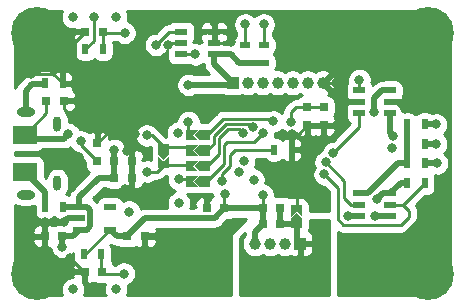
<source format=gbl>
G04 #@! TF.GenerationSoftware,KiCad,Pcbnew,(5.1.10)-1*
G04 #@! TF.CreationDate,2021-11-16T23:48:59-08:00*
G04 #@! TF.ProjectId,DigitalFadingLED,44696769-7461-46c4-9661-64696e674c45,rev?*
G04 #@! TF.SameCoordinates,Original*
G04 #@! TF.FileFunction,Copper,L4,Bot*
G04 #@! TF.FilePolarity,Positive*
%FSLAX46Y46*%
G04 Gerber Fmt 4.6, Leading zero omitted, Abs format (unit mm)*
G04 Created by KiCad (PCBNEW (5.1.10)-1) date 2021-11-16 23:48:59*
%MOMM*%
%LPD*%
G01*
G04 APERTURE LIST*
G04 #@! TA.AperFunction,ComponentPad*
%ADD10C,1.000000*%
G04 #@! TD*
G04 #@! TA.AperFunction,ComponentPad*
%ADD11R,1.000000X1.000000*%
G04 #@! TD*
G04 #@! TA.AperFunction,SMDPad,CuDef*
%ADD12C,0.100000*%
G04 #@! TD*
G04 #@! TA.AperFunction,ComponentPad*
%ADD13C,0.800000*%
G04 #@! TD*
G04 #@! TA.AperFunction,ComponentPad*
%ADD14C,4.399999*%
G04 #@! TD*
G04 #@! TA.AperFunction,SMDPad,CuDef*
%ADD15R,0.800000X0.750000*%
G04 #@! TD*
G04 #@! TA.AperFunction,SMDPad,CuDef*
%ADD16R,0.750000X0.800000*%
G04 #@! TD*
G04 #@! TA.AperFunction,SMDPad,CuDef*
%ADD17R,2.030000X1.650000*%
G04 #@! TD*
G04 #@! TA.AperFunction,SMDPad,CuDef*
%ADD18R,0.500000X0.900000*%
G04 #@! TD*
G04 #@! TA.AperFunction,ComponentPad*
%ADD19O,1.550000X0.775000*%
G04 #@! TD*
G04 #@! TA.AperFunction,ComponentPad*
%ADD20O,0.650000X1.300000*%
G04 #@! TD*
G04 #@! TA.AperFunction,SMDPad,CuDef*
%ADD21R,1.000000X0.600000*%
G04 #@! TD*
G04 #@! TA.AperFunction,SMDPad,CuDef*
%ADD22R,1.100000X0.600000*%
G04 #@! TD*
G04 #@! TA.AperFunction,SMDPad,CuDef*
%ADD23R,0.900000X0.500000*%
G04 #@! TD*
G04 #@! TA.AperFunction,ViaPad*
%ADD24C,0.800000*%
G04 #@! TD*
G04 #@! TA.AperFunction,Conductor*
%ADD25C,0.250000*%
G04 #@! TD*
G04 #@! TA.AperFunction,Conductor*
%ADD26C,0.508000*%
G04 #@! TD*
G04 #@! TA.AperFunction,Conductor*
%ADD27C,0.254000*%
G04 #@! TD*
G04 #@! TA.AperFunction,Conductor*
%ADD28C,0.100000*%
G04 #@! TD*
G04 APERTURE END LIST*
D10*
X71793100Y-60358020D03*
X73063100Y-60358020D03*
X74333100Y-60358020D03*
D11*
X75603100Y-60358020D03*
G04 #@! TA.AperFunction,SMDPad,CuDef*
D12*
G36*
X75773700Y-57076400D02*
G01*
X75773700Y-58076400D01*
X75323700Y-57626400D01*
X74873700Y-58076400D01*
X74873700Y-57076400D01*
X75773700Y-57076400D01*
G37*
G04 #@! TD.AperFunction*
G04 #@! TA.AperFunction,SMDPad,CuDef*
G36*
X75323700Y-57776400D02*
G01*
X75773700Y-58226400D01*
X75773700Y-59076400D01*
X74873700Y-59076400D01*
X74873700Y-58226400D01*
X75323700Y-57776400D01*
G37*
G04 #@! TD.AperFunction*
G04 #@! TA.AperFunction,SMDPad,CuDef*
G36*
X65967800Y-50718300D02*
G01*
X66967800Y-50718300D01*
X66517800Y-51168300D01*
X66967800Y-51618300D01*
X65967800Y-51618300D01*
X65967800Y-50718300D01*
G37*
G04 #@! TD.AperFunction*
G04 #@! TA.AperFunction,SMDPad,CuDef*
G36*
X66667800Y-51168300D02*
G01*
X67117800Y-50718300D01*
X67967800Y-50718300D01*
X67967800Y-51618300D01*
X67117800Y-51618300D01*
X66667800Y-51168300D01*
G37*
G04 #@! TD.AperFunction*
G04 #@! TA.AperFunction,SMDPad,CuDef*
G36*
X65966400Y-54629900D02*
G01*
X66966400Y-54629900D01*
X66516400Y-55079900D01*
X66966400Y-55529900D01*
X65966400Y-55529900D01*
X65966400Y-54629900D01*
G37*
G04 #@! TD.AperFunction*
G04 #@! TA.AperFunction,SMDPad,CuDef*
G36*
X66666400Y-55079900D02*
G01*
X67116400Y-54629900D01*
X67966400Y-54629900D01*
X67966400Y-55529900D01*
X67116400Y-55529900D01*
X66666400Y-55079900D01*
G37*
G04 #@! TD.AperFunction*
G04 #@! TA.AperFunction,SMDPad,CuDef*
G36*
X63608800Y-53959700D02*
G01*
X63608800Y-52959700D01*
X64058800Y-53409700D01*
X64508800Y-52959700D01*
X64508800Y-53959700D01*
X63608800Y-53959700D01*
G37*
G04 #@! TD.AperFunction*
G04 #@! TA.AperFunction,SMDPad,CuDef*
G36*
X64058800Y-53259700D02*
G01*
X63608800Y-52809700D01*
X63608800Y-51959700D01*
X64508800Y-51959700D01*
X64508800Y-52809700D01*
X64058800Y-53259700D01*
G37*
G04 #@! TD.AperFunction*
G04 #@! TA.AperFunction,SMDPad,CuDef*
G36*
X65966400Y-52013700D02*
G01*
X66966400Y-52013700D01*
X66516400Y-52463700D01*
X66966400Y-52913700D01*
X65966400Y-52913700D01*
X65966400Y-52013700D01*
G37*
G04 #@! TD.AperFunction*
G04 #@! TA.AperFunction,SMDPad,CuDef*
G36*
X66666400Y-52463700D02*
G01*
X67116400Y-52013700D01*
X67966400Y-52013700D01*
X67966400Y-52913700D01*
X67116400Y-52913700D01*
X66666400Y-52463700D01*
G37*
G04 #@! TD.AperFunction*
G04 #@! TA.AperFunction,SMDPad,CuDef*
G36*
X65966400Y-53334500D02*
G01*
X66966400Y-53334500D01*
X66516400Y-53784500D01*
X66966400Y-54234500D01*
X65966400Y-54234500D01*
X65966400Y-53334500D01*
G37*
G04 #@! TD.AperFunction*
G04 #@! TA.AperFunction,SMDPad,CuDef*
G36*
X66666400Y-53784500D02*
G01*
X67116400Y-53334500D01*
X67966400Y-53334500D01*
X67966400Y-54234500D01*
X67116400Y-54234500D01*
X66666400Y-53784500D01*
G37*
G04 #@! TD.AperFunction*
D13*
X60037100Y-41182300D03*
X56377100Y-41182300D03*
X56374100Y-64227700D03*
X60034100Y-64227700D03*
D14*
X86448900Y-42506900D03*
X86448900Y-62903100D03*
X53340000Y-62903100D03*
X53340000Y-42506900D03*
D15*
X61342400Y-53378100D03*
X59842400Y-53378100D03*
X59841700Y-54762400D03*
X61341700Y-54762400D03*
X55627400Y-48247300D03*
X54127400Y-48247300D03*
X60960000Y-59728100D03*
X62460000Y-59728100D03*
X58891300Y-42418000D03*
X57391300Y-42418000D03*
D16*
X77597000Y-50318800D03*
X77597000Y-48818800D03*
X76225400Y-50318100D03*
X76225400Y-48818100D03*
D15*
X69202300Y-57365900D03*
X67702300Y-57365900D03*
X73926700Y-58699400D03*
X72426700Y-58699400D03*
X72428100Y-57302400D03*
X73928100Y-57302400D03*
X57377900Y-62750700D03*
X58877900Y-62750700D03*
D16*
X58432700Y-53366800D03*
X58432700Y-51866800D03*
D17*
X52324000Y-51137700D03*
X52324000Y-54297700D03*
D18*
X54024400Y-57251600D03*
X55524400Y-57251600D03*
D19*
X52362100Y-56205000D03*
X52362100Y-49205000D03*
D20*
X55062100Y-55205000D03*
X55062100Y-50205000D03*
D18*
X84658200Y-53555900D03*
X86158200Y-53555900D03*
X86158200Y-51904900D03*
X84658200Y-51904900D03*
X86157500Y-50253900D03*
X84657500Y-50253900D03*
X58928000Y-43891200D03*
X57428000Y-43891200D03*
X73393300Y-52412900D03*
X74893300Y-52412900D03*
X58789000Y-61277500D03*
X57289000Y-61277500D03*
X84658200Y-55219600D03*
X86158200Y-55219600D03*
D21*
X56908700Y-58214300D03*
X56908700Y-57264300D03*
X56908700Y-59164300D03*
X59508700Y-59164300D03*
X59508700Y-57264300D03*
X80632300Y-49288700D03*
X80632300Y-48338700D03*
X80632300Y-47388700D03*
X83232300Y-47388700D03*
X83232300Y-48338700D03*
X83232300Y-49288700D03*
X80632300Y-58000900D03*
X83232300Y-58000900D03*
X80632300Y-57050900D03*
X80632300Y-56100900D03*
X83232300Y-57050900D03*
X83232300Y-56100900D03*
D22*
X65532000Y-44335700D03*
X65532000Y-43385700D03*
X68332000Y-42435700D03*
X65532000Y-42435700D03*
X68332000Y-43385700D03*
X68332000Y-44335700D03*
D18*
X54000400Y-46774100D03*
X55500400Y-46774100D03*
D15*
X55486300Y-59728100D03*
X53986300Y-59728100D03*
D11*
X69888100Y-46736000D03*
D10*
X71158100Y-46736000D03*
X72428100Y-46736000D03*
X73698100Y-46736000D03*
X74968100Y-46736000D03*
X76238100Y-46736000D03*
X77508100Y-46736000D03*
D23*
X70967600Y-43546900D03*
X70967600Y-45046900D03*
X72529700Y-45035600D03*
X72529700Y-43535600D03*
D24*
X57658000Y-47612300D03*
X64262000Y-47688500D03*
X56172100Y-54368700D03*
X56908700Y-53022500D03*
X60985246Y-52476554D03*
X60820300Y-55740300D03*
X61644092Y-51069902D03*
X56451500Y-49745900D03*
X60528200Y-50969800D03*
X67818000Y-56476900D03*
X55651400Y-58521600D03*
X53987700Y-58559700D03*
X63576200Y-59728100D03*
X56121300Y-61556900D03*
X56108600Y-43713400D03*
X52806600Y-45999400D03*
X84467700Y-48920400D03*
X79629000Y-58039000D03*
X79527400Y-48348900D03*
X78714600Y-50330100D03*
X74892356Y-51037915D03*
X78663800Y-46736000D03*
X64450334Y-43521671D03*
X68313300Y-41579800D03*
X69773800Y-43314771D03*
X74714100Y-55676800D03*
X83553300Y-40970200D03*
X77393800Y-40970200D03*
X62166500Y-41008300D03*
X55448200Y-45173900D03*
X58140600Y-45212000D03*
X61925200Y-45770800D03*
X60020200Y-45173900D03*
X56730900Y-45135800D03*
X64566800Y-48996600D03*
X51866800Y-58610500D03*
X51904900Y-60299600D03*
X62369700Y-64401700D03*
X65443100Y-64427100D03*
X68465700Y-64439800D03*
X81064100Y-64363600D03*
X87909400Y-60286900D03*
X87922100Y-55587900D03*
X87934800Y-48171100D03*
X87909400Y-45415200D03*
X55994300Y-51079400D03*
X59829700Y-52419800D03*
X55486300Y-60629800D03*
X82143600Y-56578500D03*
X69227700Y-56159400D03*
X72440800Y-56210200D03*
X74879200Y-50038000D03*
X58153300Y-41173400D03*
X66153099Y-46926500D03*
X60744100Y-42519600D03*
X71666100Y-54940200D03*
X60680600Y-62890400D03*
X57035700Y-51701700D03*
X61125100Y-57645300D03*
X87134700Y-51904900D03*
X87134700Y-50266600D03*
X83413600Y-52222400D03*
X81927700Y-58013600D03*
X83464814Y-51223710D03*
X81889600Y-49187100D03*
X87198200Y-53555900D03*
X73328100Y-50015092D03*
X66153099Y-50050700D03*
X65354200Y-54927500D03*
X72487103Y-51007006D03*
X62636400Y-51193700D03*
X62649100Y-54254400D03*
X71628000Y-50495200D03*
X70778096Y-51022140D03*
X69011800Y-55016400D03*
X77673200Y-54495700D03*
X65259939Y-50995371D03*
X65341500Y-56921400D03*
X70408800Y-54279800D03*
X63423800Y-43522900D03*
X70967600Y-41794600D03*
X70876688Y-53396011D03*
X66751200Y-44335700D03*
X72529700Y-41795700D03*
X77774800Y-53467000D03*
X80632300Y-46482000D03*
X78435200Y-52666900D03*
D25*
X61342400Y-52833708D02*
X60985246Y-52476554D01*
X61342400Y-53378100D02*
X61342400Y-52833708D01*
X61341700Y-55218900D02*
X60820300Y-55740300D01*
X61341700Y-54762400D02*
X61341700Y-55218900D01*
X55627400Y-48921800D02*
X56451500Y-49745900D01*
X55627400Y-48247300D02*
X55627400Y-48921800D01*
X59329700Y-50969800D02*
X60528200Y-50969800D01*
X58432700Y-51866800D02*
X59329700Y-50969800D01*
X67818000Y-57250200D02*
X67702300Y-57365900D01*
X67818000Y-56476900D02*
X67818000Y-57250200D01*
D26*
X55958700Y-58214300D02*
X55651400Y-58521600D01*
X56908700Y-58214300D02*
X55958700Y-58214300D01*
X53986300Y-58561100D02*
X53987700Y-58559700D01*
X53986300Y-59728100D02*
X53986300Y-58561100D01*
X62460000Y-59728100D02*
X63576200Y-59728100D01*
D25*
X57315100Y-62750700D02*
X56121300Y-61556900D01*
X57377900Y-62750700D02*
X57315100Y-62750700D01*
X57391300Y-42430700D02*
X56108600Y-43713400D01*
X57391300Y-42418000D02*
X57391300Y-42430700D01*
X52806901Y-45999099D02*
X52806600Y-45999400D01*
X54725399Y-45999099D02*
X52806901Y-45999099D01*
X55500400Y-46774100D02*
X54725399Y-45999099D01*
X77596300Y-50318100D02*
X77597000Y-50318800D01*
X76225400Y-50318100D02*
X77596300Y-50318100D01*
D26*
X83886000Y-48338700D02*
X84467700Y-48920400D01*
X83232300Y-48338700D02*
X83886000Y-48338700D01*
X79667100Y-58000900D02*
X79629000Y-58039000D01*
X80632300Y-58000900D02*
X79667100Y-58000900D01*
X79537600Y-48338700D02*
X79527400Y-48348900D01*
X80632300Y-48338700D02*
X79537600Y-48338700D01*
D25*
X78703300Y-50318800D02*
X78714600Y-50330100D01*
X77597000Y-50318800D02*
X78703300Y-50318800D01*
X75505585Y-51037915D02*
X74892356Y-51037915D01*
X76225400Y-50318100D02*
X75505585Y-51037915D01*
X77508100Y-46736000D02*
X78663800Y-46736000D01*
X64586305Y-43385700D02*
X64450334Y-43521671D01*
X65532000Y-43385700D02*
X64586305Y-43385700D01*
X68332000Y-41598500D02*
X68313300Y-41579800D01*
X68332000Y-42435700D02*
X68332000Y-41598500D01*
X69702871Y-43385700D02*
X69773800Y-43314771D01*
X68332000Y-43385700D02*
X69702871Y-43385700D01*
X75323700Y-56286400D02*
X74714100Y-55676800D01*
X75323700Y-57326400D02*
X75323700Y-56286400D01*
D26*
X52665699Y-51479399D02*
X52324000Y-51137700D01*
X55594301Y-51479399D02*
X52665699Y-51479399D01*
X55994300Y-51079400D02*
X55594301Y-51479399D01*
D25*
X54127400Y-49334300D02*
X52324000Y-51137700D01*
X54127400Y-48247300D02*
X54127400Y-49334300D01*
D26*
X56896000Y-57251600D02*
X56908700Y-57264300D01*
X55524400Y-57251600D02*
X56896000Y-57251600D01*
X56908700Y-57264300D02*
X56908700Y-56451500D01*
X58597800Y-54762400D02*
X59841700Y-54762400D01*
X56908700Y-56451500D02*
X58597800Y-54762400D01*
X59841700Y-53378800D02*
X59842400Y-53378100D01*
X59841700Y-54762400D02*
X59841700Y-53378800D01*
X59842400Y-52432500D02*
X59829700Y-52419800D01*
X59842400Y-53378100D02*
X59842400Y-52432500D01*
X57862701Y-57551099D02*
X57575902Y-57264300D01*
X57862701Y-58877501D02*
X57862701Y-57551099D01*
X57575902Y-59164300D02*
X57862701Y-58877501D01*
X57575902Y-57264300D02*
X56908700Y-57264300D01*
X56908700Y-59164300D02*
X57575902Y-59164300D01*
X56344900Y-59728100D02*
X56908700Y-59164300D01*
X55486300Y-59728100D02*
X56344900Y-59728100D01*
X84113600Y-55219600D02*
X83232300Y-56100900D01*
X84658200Y-55219600D02*
X84113600Y-55219600D01*
X55486300Y-59728100D02*
X55486300Y-60629800D01*
X82621200Y-56100900D02*
X83232300Y-56100900D01*
X82143600Y-56578500D02*
X82621200Y-56100900D01*
D25*
X69202300Y-56184800D02*
X69227700Y-56159400D01*
X69202300Y-57365900D02*
X69202300Y-56184800D01*
D26*
X60072500Y-59728100D02*
X59508700Y-59164300D01*
X60960000Y-59728100D02*
X60072500Y-59728100D01*
X62518199Y-58194901D02*
X68373299Y-58194901D01*
X68373299Y-58194901D02*
X69202300Y-57365900D01*
X60985000Y-59728100D02*
X62518199Y-58194901D01*
X60960000Y-59728100D02*
X60985000Y-59728100D01*
X72364600Y-57365900D02*
X72428100Y-57302400D01*
X69202300Y-57365900D02*
X72364600Y-57365900D01*
D25*
X57395500Y-61277500D02*
X59508700Y-59164300D01*
X57289000Y-61277500D02*
X57395500Y-61277500D01*
X72440800Y-57289700D02*
X72428100Y-57302400D01*
X72440800Y-56210200D02*
X72440800Y-57289700D01*
X77596300Y-48818100D02*
X77597000Y-48818800D01*
X76225400Y-48818100D02*
X77596300Y-48818100D01*
X74879200Y-50038000D02*
X74879200Y-49199800D01*
X75260900Y-48818100D02*
X76225400Y-48818100D01*
X74879200Y-49199800D02*
X75260900Y-48818100D01*
D26*
X72426700Y-57303800D02*
X72428100Y-57302400D01*
X72426700Y-58699400D02*
X72426700Y-57303800D01*
X71793100Y-59333000D02*
X71793100Y-60358020D01*
X72426700Y-58699400D02*
X71793100Y-59333000D01*
D25*
X58153300Y-43165900D02*
X58153300Y-41173400D01*
X57428000Y-43891200D02*
X58153300Y-43165900D01*
D26*
X69697600Y-46926500D02*
X69888100Y-46736000D01*
X66153099Y-46926500D02*
X69697600Y-46926500D01*
X68332000Y-45179900D02*
X69888100Y-46736000D01*
X68332000Y-44335700D02*
X68332000Y-45179900D01*
X70978900Y-45035600D02*
X70967600Y-45046900D01*
X72529700Y-45035600D02*
X70978900Y-45035600D01*
X70967600Y-45046900D02*
X70434200Y-45046900D01*
X69723000Y-44335700D02*
X68332000Y-44335700D01*
X70434200Y-45046900D02*
X69723000Y-44335700D01*
D25*
X58928000Y-42454700D02*
X58891300Y-42418000D01*
X58928000Y-43891200D02*
X58928000Y-42454700D01*
X58992900Y-42519600D02*
X58891300Y-42418000D01*
X60744100Y-42519600D02*
X58992900Y-42519600D01*
X58789000Y-62661800D02*
X58877900Y-62750700D01*
X58789000Y-61277500D02*
X58789000Y-62661800D01*
X59017600Y-62890400D02*
X58877900Y-62750700D01*
X60680600Y-62890400D02*
X59017600Y-62890400D01*
X57035700Y-51969800D02*
X58432700Y-53366800D01*
X57035700Y-51701700D02*
X57035700Y-51969800D01*
D26*
X54024400Y-55998100D02*
X54024400Y-57251600D01*
X52324000Y-54297700D02*
X54024400Y-55998100D01*
X86158200Y-51904900D02*
X87134700Y-51904900D01*
X87122000Y-50253900D02*
X87134700Y-50266600D01*
X86157500Y-50253900D02*
X87122000Y-50253900D01*
X83219600Y-58013600D02*
X83232300Y-58000900D01*
X81927700Y-58013600D02*
X83219600Y-58013600D01*
X83232300Y-50991196D02*
X83464814Y-51223710D01*
X83232300Y-49288700D02*
X83232300Y-50991196D01*
X82565098Y-47388700D02*
X83232300Y-47388700D01*
X81889600Y-48064198D02*
X82565098Y-47388700D01*
X81889600Y-49187100D02*
X81889600Y-48064198D01*
X86158200Y-53555900D02*
X87198200Y-53555900D01*
X73926700Y-58699400D02*
X75196700Y-58699400D01*
X75323700Y-60078620D02*
X75603100Y-60358020D01*
X75323700Y-58826400D02*
X75323700Y-60078620D01*
X73926700Y-57303800D02*
X73928100Y-57302400D01*
X73926700Y-58699400D02*
X73926700Y-57303800D01*
D25*
X69115901Y-49770199D02*
X67717800Y-51168300D01*
X73083207Y-49770199D02*
X69115901Y-49770199D01*
X73328100Y-50015092D02*
X73083207Y-49770199D01*
X66153099Y-51103599D02*
X66217800Y-51168300D01*
X66153099Y-50050700D02*
X66153099Y-51103599D01*
X66064000Y-54927500D02*
X66216400Y-55079900D01*
X65354200Y-54927500D02*
X66064000Y-54927500D01*
X67716400Y-55079900D02*
X69192830Y-53603470D01*
X69192830Y-53603470D02*
X69192830Y-52003270D01*
X69192830Y-52003270D02*
X69448959Y-51747141D01*
X71746968Y-51747141D02*
X72487103Y-51007006D01*
X69448959Y-51747141D02*
X71746968Y-51747141D01*
X63042800Y-51193700D02*
X64058800Y-52209700D01*
X62636400Y-51193700D02*
X63042800Y-51193700D01*
X65963800Y-52209700D02*
X66217800Y-52463700D01*
X64058800Y-52209700D02*
X65963800Y-52209700D01*
X66128900Y-53697000D02*
X66216400Y-53784500D01*
X63514100Y-54254400D02*
X64058800Y-53709700D01*
X62649100Y-54254400D02*
X63514100Y-54254400D01*
X66141600Y-53709700D02*
X66216400Y-53784500D01*
X64058800Y-53709700D02*
X66141600Y-53709700D01*
X67717800Y-52327936D02*
X67717800Y-52463700D01*
X67716400Y-52463700D02*
X68292810Y-51887290D01*
X68292810Y-51239590D02*
X69312191Y-50220209D01*
X68292810Y-51887290D02*
X68292810Y-51239590D01*
X71353009Y-50220209D02*
X71628000Y-50495200D01*
X69312191Y-50220209D02*
X71353009Y-50220209D01*
X70778096Y-51022140D02*
X70426175Y-50670219D01*
X70426175Y-50670219D02*
X69498591Y-50670219D01*
X68742820Y-52758080D02*
X67716400Y-53784500D01*
X68742820Y-51425990D02*
X68742820Y-52758080D01*
X69498591Y-50670219D02*
X68742820Y-51425990D01*
D26*
X84657500Y-51904200D02*
X84658200Y-51904900D01*
X84657500Y-50253900D02*
X84657500Y-51904200D01*
X84658200Y-51904900D02*
X84658200Y-53555900D01*
X81355200Y-56100900D02*
X80632300Y-56100900D01*
X83900200Y-53555900D02*
X81355200Y-56100900D01*
X84658200Y-53555900D02*
X83900200Y-53555900D01*
D25*
X73393300Y-52412900D02*
X70061940Y-52412900D01*
X69642840Y-52832000D02*
X69642840Y-53789870D01*
X70061940Y-52412900D02*
X69642840Y-52832000D01*
X69011800Y-54420910D02*
X69011800Y-55016400D01*
X69642840Y-53789870D02*
X69011800Y-54420910D01*
X84089200Y-57050900D02*
X83232300Y-57050900D01*
X86158200Y-55219600D02*
X84326900Y-57050900D01*
X78790800Y-58273802D02*
X79280999Y-58764001D01*
X78790800Y-55613300D02*
X78790800Y-58273802D01*
X77673200Y-54495700D02*
X78790800Y-55613300D01*
X83232300Y-57050900D02*
X84326900Y-57050900D01*
X83232300Y-57050900D02*
X84305100Y-57050900D01*
X84305100Y-57050900D02*
X84810600Y-57556400D01*
X84810600Y-57556400D02*
X84810600Y-58064400D01*
X84810600Y-58064400D02*
X84110999Y-58764001D01*
X84110999Y-58764001D02*
X83920499Y-58764001D01*
X79280999Y-58764001D02*
X83920499Y-58764001D01*
X64511000Y-42435700D02*
X63423800Y-43522900D01*
X65532000Y-42435700D02*
X64511000Y-42435700D01*
X70967600Y-43546900D02*
X70967600Y-41794600D01*
X66751200Y-44335700D02*
X65532000Y-44335700D01*
X72529700Y-43535600D02*
X72529700Y-41795700D01*
X79882300Y-57050900D02*
X79324200Y-56492800D01*
X80632300Y-57050900D02*
X79882300Y-57050900D01*
X79324200Y-55016400D02*
X77774800Y-53467000D01*
X79324200Y-56492800D02*
X79324200Y-55016400D01*
X80632300Y-47388700D02*
X80632300Y-46482000D01*
X80632300Y-50469800D02*
X80632300Y-49288700D01*
X78435200Y-52666900D02*
X80632300Y-50469800D01*
D26*
X52362100Y-49205000D02*
X52362100Y-47396400D01*
X52362100Y-47396400D02*
X52882800Y-46875700D01*
X53898800Y-46875700D02*
X54000400Y-46774100D01*
X52882800Y-46875700D02*
X53898800Y-46875700D01*
D27*
X55459895Y-40692044D02*
X55381874Y-40880402D01*
X55342100Y-41080361D01*
X55342100Y-41284239D01*
X55381874Y-41484198D01*
X55459895Y-41672556D01*
X55573163Y-41842074D01*
X55717326Y-41986237D01*
X55886844Y-42099505D01*
X56075202Y-42177526D01*
X56275161Y-42217300D01*
X56441350Y-42217300D01*
X56515050Y-42291000D01*
X57264300Y-42291000D01*
X57264300Y-42271000D01*
X57393301Y-42271000D01*
X57393300Y-42565000D01*
X57264300Y-42565000D01*
X57264300Y-42545000D01*
X56515050Y-42545000D01*
X56356300Y-42703750D01*
X56353228Y-42793000D01*
X56365488Y-42917482D01*
X56401798Y-43037180D01*
X56460763Y-43147494D01*
X56540115Y-43244185D01*
X56567398Y-43266576D01*
X56552188Y-43316718D01*
X56539928Y-43441200D01*
X56539928Y-44341200D01*
X56552188Y-44465682D01*
X56588498Y-44585380D01*
X56647463Y-44695694D01*
X56726815Y-44792385D01*
X56823506Y-44871737D01*
X56933820Y-44930702D01*
X57053518Y-44967012D01*
X57178000Y-44979272D01*
X57678000Y-44979272D01*
X57802482Y-44967012D01*
X57922180Y-44930702D01*
X58032494Y-44871737D01*
X58129185Y-44792385D01*
X58178000Y-44732904D01*
X58226815Y-44792385D01*
X58323506Y-44871737D01*
X58433820Y-44930702D01*
X58553518Y-44967012D01*
X58678000Y-44979272D01*
X59178000Y-44979272D01*
X59302482Y-44967012D01*
X59422180Y-44930702D01*
X59532494Y-44871737D01*
X59629185Y-44792385D01*
X59708537Y-44695694D01*
X59767502Y-44585380D01*
X59803812Y-44465682D01*
X59816072Y-44341200D01*
X59816072Y-43441200D01*
X59803812Y-43316718D01*
X59792552Y-43279600D01*
X60040389Y-43279600D01*
X60084326Y-43323537D01*
X60253844Y-43436805D01*
X60442202Y-43514826D01*
X60642161Y-43554600D01*
X60846039Y-43554600D01*
X61045998Y-43514826D01*
X61234356Y-43436805D01*
X61403874Y-43323537D01*
X61548037Y-43179374D01*
X61661305Y-43009856D01*
X61739326Y-42821498D01*
X61779100Y-42621539D01*
X61779100Y-42417661D01*
X61739326Y-42217702D01*
X61661305Y-42029344D01*
X61548037Y-41859826D01*
X61403874Y-41715663D01*
X61234356Y-41602395D01*
X61045998Y-41524374D01*
X61017992Y-41518803D01*
X61032326Y-41484198D01*
X61072100Y-41284239D01*
X61072100Y-41080361D01*
X61032326Y-40880402D01*
X60954305Y-40692044D01*
X60936235Y-40665000D01*
X86403922Y-40665000D01*
X86793345Y-40703183D01*
X87136890Y-40806906D01*
X87453738Y-40975376D01*
X87731835Y-41202187D01*
X87960582Y-41478695D01*
X88131260Y-41794359D01*
X88237380Y-42137176D01*
X88278100Y-42524600D01*
X88278101Y-62870812D01*
X88239917Y-63260244D01*
X88136194Y-63603790D01*
X87967724Y-63920637D01*
X87740910Y-64198738D01*
X87464411Y-64427478D01*
X87148743Y-64598160D01*
X86805924Y-64704280D01*
X86418500Y-64745000D01*
X78790800Y-64745000D01*
X78790800Y-59344873D01*
X78799723Y-59352196D01*
X78856722Y-59398975D01*
X78946497Y-59446961D01*
X78988752Y-59469547D01*
X79132013Y-59513004D01*
X79243666Y-59524001D01*
X79243675Y-59524001D01*
X79280998Y-59527677D01*
X79318321Y-59524001D01*
X84073677Y-59524001D01*
X84110999Y-59527677D01*
X84148321Y-59524001D01*
X84148332Y-59524001D01*
X84259985Y-59513004D01*
X84403246Y-59469547D01*
X84535275Y-59398975D01*
X84651000Y-59304002D01*
X84674802Y-59274999D01*
X85321602Y-58628199D01*
X85350601Y-58604401D01*
X85445574Y-58488676D01*
X85516146Y-58356647D01*
X85559603Y-58213386D01*
X85570600Y-58101733D01*
X85570600Y-58101724D01*
X85574276Y-58064401D01*
X85570600Y-58027078D01*
X85570600Y-57593723D01*
X85574276Y-57556400D01*
X85570600Y-57519077D01*
X85570600Y-57519067D01*
X85559603Y-57407414D01*
X85516146Y-57264153D01*
X85486798Y-57209247D01*
X85445574Y-57132123D01*
X85400011Y-57076605D01*
X85389186Y-57063415D01*
X86144930Y-56307672D01*
X86408200Y-56307672D01*
X86532682Y-56295412D01*
X86652380Y-56259102D01*
X86762694Y-56200137D01*
X86859385Y-56120785D01*
X86938737Y-56024094D01*
X86997702Y-55913780D01*
X87034012Y-55794082D01*
X87046272Y-55669600D01*
X87046272Y-54769600D01*
X87034012Y-54645118D01*
X87012512Y-54574241D01*
X87096261Y-54590900D01*
X87300139Y-54590900D01*
X87500098Y-54551126D01*
X87688456Y-54473105D01*
X87857974Y-54359837D01*
X88002137Y-54215674D01*
X88115405Y-54046156D01*
X88193426Y-53857798D01*
X88233200Y-53657839D01*
X88233200Y-53453961D01*
X88193426Y-53254002D01*
X88115405Y-53065644D01*
X88002137Y-52896126D01*
X87857974Y-52751963D01*
X87793953Y-52709185D01*
X87794474Y-52708837D01*
X87938637Y-52564674D01*
X88051905Y-52395156D01*
X88129926Y-52206798D01*
X88169700Y-52006839D01*
X88169700Y-51802961D01*
X88129926Y-51603002D01*
X88051905Y-51414644D01*
X87938637Y-51245126D01*
X87794474Y-51100963D01*
X87771706Y-51085750D01*
X87794474Y-51070537D01*
X87938637Y-50926374D01*
X88051905Y-50756856D01*
X88129926Y-50568498D01*
X88169700Y-50368539D01*
X88169700Y-50164661D01*
X88129926Y-49964702D01*
X88051905Y-49776344D01*
X87938637Y-49606826D01*
X87794474Y-49462663D01*
X87624956Y-49349395D01*
X87436598Y-49271374D01*
X87236639Y-49231600D01*
X87032761Y-49231600D01*
X86832802Y-49271374D01*
X86784134Y-49291533D01*
X86761994Y-49273363D01*
X86651680Y-49214398D01*
X86531982Y-49178088D01*
X86407500Y-49165828D01*
X85907500Y-49165828D01*
X85783018Y-49178088D01*
X85663320Y-49214398D01*
X85553006Y-49273363D01*
X85456315Y-49352715D01*
X85407500Y-49412196D01*
X85358685Y-49352715D01*
X85261994Y-49273363D01*
X85151680Y-49214398D01*
X85031982Y-49178088D01*
X84907500Y-49165828D01*
X84407500Y-49165828D01*
X84370372Y-49169485D01*
X84370372Y-48988700D01*
X84358112Y-48864218D01*
X84342788Y-48813700D01*
X84358112Y-48763182D01*
X84370372Y-48638700D01*
X84367300Y-48624450D01*
X84208550Y-48465700D01*
X84095978Y-48465700D01*
X84086794Y-48458163D01*
X83976480Y-48399198D01*
X83856782Y-48362888D01*
X83732300Y-48350628D01*
X83085300Y-48350628D01*
X83085300Y-48326772D01*
X83732300Y-48326772D01*
X83856782Y-48314512D01*
X83976480Y-48278202D01*
X84086794Y-48219237D01*
X84095978Y-48211700D01*
X84208550Y-48211700D01*
X84367300Y-48052950D01*
X84370372Y-48038700D01*
X84358112Y-47914218D01*
X84342788Y-47863700D01*
X84358112Y-47813182D01*
X84370372Y-47688700D01*
X84370372Y-47088700D01*
X84358112Y-46964218D01*
X84321802Y-46844520D01*
X84262837Y-46734206D01*
X84183485Y-46637515D01*
X84086794Y-46558163D01*
X83976480Y-46499198D01*
X83856782Y-46462888D01*
X83732300Y-46450628D01*
X82732300Y-46450628D01*
X82607818Y-46462888D01*
X82488120Y-46499198D01*
X82479444Y-46503835D01*
X82424022Y-46509294D01*
X82390822Y-46512564D01*
X82320655Y-46533849D01*
X82223247Y-46563397D01*
X82068807Y-46645947D01*
X81933439Y-46757041D01*
X81905603Y-46790959D01*
X81752115Y-46944448D01*
X81721802Y-46844520D01*
X81662837Y-46734206D01*
X81642371Y-46709268D01*
X81667300Y-46583939D01*
X81667300Y-46380061D01*
X81627526Y-46180102D01*
X81549505Y-45991744D01*
X81436237Y-45822226D01*
X81292074Y-45678063D01*
X81122556Y-45564795D01*
X80934198Y-45486774D01*
X80734239Y-45447000D01*
X80530361Y-45447000D01*
X80330402Y-45486774D01*
X80142044Y-45564795D01*
X79972526Y-45678063D01*
X79828363Y-45822226D01*
X79715095Y-45991744D01*
X79637074Y-46180102D01*
X79597300Y-46380061D01*
X79597300Y-46583939D01*
X79622229Y-46709268D01*
X79601763Y-46734206D01*
X79542798Y-46844520D01*
X79506488Y-46964218D01*
X79494228Y-47088700D01*
X79494228Y-47688700D01*
X79506488Y-47813182D01*
X79521812Y-47863700D01*
X79506488Y-47914218D01*
X79494228Y-48038700D01*
X79497300Y-48052950D01*
X79656050Y-48211700D01*
X79768622Y-48211700D01*
X79777806Y-48219237D01*
X79888120Y-48278202D01*
X80007818Y-48314512D01*
X80132300Y-48326772D01*
X80779300Y-48326772D01*
X80779300Y-48350628D01*
X80132300Y-48350628D01*
X80007818Y-48362888D01*
X79888120Y-48399198D01*
X79777806Y-48458163D01*
X79768622Y-48465700D01*
X79656050Y-48465700D01*
X79497300Y-48624450D01*
X79494228Y-48638700D01*
X79506488Y-48763182D01*
X79521812Y-48813700D01*
X79506488Y-48864218D01*
X79494228Y-48988700D01*
X79494228Y-49588700D01*
X79506488Y-49713182D01*
X79542798Y-49832880D01*
X79601763Y-49943194D01*
X79681115Y-50039885D01*
X79777806Y-50119237D01*
X79862689Y-50164609D01*
X78395399Y-51631900D01*
X78333261Y-51631900D01*
X78133302Y-51671674D01*
X77944944Y-51749695D01*
X77775426Y-51862963D01*
X77631263Y-52007126D01*
X77517995Y-52176644D01*
X77439974Y-52365002D01*
X77413872Y-52496225D01*
X77284544Y-52549795D01*
X77115026Y-52663063D01*
X76970863Y-52807226D01*
X76857595Y-52976744D01*
X76779574Y-53165102D01*
X76739800Y-53365061D01*
X76739800Y-53568939D01*
X76779574Y-53768898D01*
X76831036Y-53893137D01*
X76755995Y-54005444D01*
X76677974Y-54193802D01*
X76638200Y-54393761D01*
X76638200Y-54597639D01*
X76677974Y-54797598D01*
X76755995Y-54985956D01*
X76869263Y-55155474D01*
X77013426Y-55299637D01*
X77182944Y-55412905D01*
X77371302Y-55490926D01*
X77571261Y-55530700D01*
X77633399Y-55530700D01*
X78030800Y-55928102D01*
X78030801Y-57585910D01*
X76411772Y-57585910D01*
X76411772Y-57076400D01*
X76399512Y-56951918D01*
X76363202Y-56832220D01*
X76304237Y-56721906D01*
X76224885Y-56625215D01*
X76128194Y-56545863D01*
X76017880Y-56486898D01*
X75898182Y-56450588D01*
X75773700Y-56438328D01*
X74873700Y-56438328D01*
X74749218Y-56450588D01*
X74748371Y-56450845D01*
X74682594Y-56396863D01*
X74572280Y-56337898D01*
X74452582Y-56301588D01*
X74328100Y-56289328D01*
X73528100Y-56289328D01*
X73475800Y-56294479D01*
X73475800Y-56108261D01*
X73436026Y-55908302D01*
X73358005Y-55719944D01*
X73244737Y-55550426D01*
X73100574Y-55406263D01*
X72931056Y-55292995D01*
X72742698Y-55214974D01*
X72669613Y-55200437D01*
X72701100Y-55042139D01*
X72701100Y-54838261D01*
X72661326Y-54638302D01*
X72583305Y-54449944D01*
X72470037Y-54280426D01*
X72325874Y-54136263D01*
X72156356Y-54022995D01*
X71967998Y-53944974D01*
X71779693Y-53907518D01*
X71793893Y-53886267D01*
X71871914Y-53697909D01*
X71911688Y-53497950D01*
X71911688Y-53294072D01*
X71887586Y-53172900D01*
X72588980Y-53172900D01*
X72612763Y-53217394D01*
X72692115Y-53314085D01*
X72788806Y-53393437D01*
X72899120Y-53452402D01*
X73018818Y-53488712D01*
X73143300Y-53500972D01*
X73643300Y-53500972D01*
X73767782Y-53488712D01*
X73887480Y-53452402D01*
X73997794Y-53393437D01*
X74094485Y-53314085D01*
X74143405Y-53254475D01*
X74182881Y-53304658D01*
X74277911Y-53385993D01*
X74386982Y-53447226D01*
X74505903Y-53486004D01*
X74611550Y-53497900D01*
X74770300Y-53339150D01*
X74770300Y-52539900D01*
X75016300Y-52539900D01*
X75016300Y-53339150D01*
X75175050Y-53497900D01*
X75280697Y-53486004D01*
X75399618Y-53447226D01*
X75508689Y-53385993D01*
X75603719Y-53304658D01*
X75681055Y-53206347D01*
X75737725Y-53094837D01*
X75771552Y-52974414D01*
X75781236Y-52849705D01*
X75778300Y-52698650D01*
X75619550Y-52539900D01*
X75016300Y-52539900D01*
X74770300Y-52539900D01*
X74746300Y-52539900D01*
X74746300Y-52285900D01*
X74770300Y-52285900D01*
X74770300Y-51486650D01*
X75016300Y-51486650D01*
X75016300Y-52285900D01*
X75619550Y-52285900D01*
X75778300Y-52127150D01*
X75781236Y-51976095D01*
X75771552Y-51851386D01*
X75737725Y-51730963D01*
X75681055Y-51619453D01*
X75603719Y-51521142D01*
X75508689Y-51439807D01*
X75399618Y-51378574D01*
X75280697Y-51339796D01*
X75175050Y-51327900D01*
X75016300Y-51486650D01*
X74770300Y-51486650D01*
X74611550Y-51327900D01*
X74505903Y-51339796D01*
X74386982Y-51378574D01*
X74277911Y-51439807D01*
X74182881Y-51521142D01*
X74143405Y-51571325D01*
X74094485Y-51511715D01*
X73997794Y-51432363D01*
X73887480Y-51373398D01*
X73767782Y-51337088D01*
X73643300Y-51324828D01*
X73475733Y-51324828D01*
X73482329Y-51308904D01*
X73522103Y-51108945D01*
X73522103Y-51031779D01*
X73629998Y-51010318D01*
X73818356Y-50932297D01*
X73987874Y-50819029D01*
X74092196Y-50714707D01*
X74219426Y-50841937D01*
X74388944Y-50955205D01*
X74577302Y-51033226D01*
X74777261Y-51073000D01*
X74981139Y-51073000D01*
X75181098Y-51033226D01*
X75277480Y-50993303D01*
X75319863Y-51072594D01*
X75399215Y-51169285D01*
X75495906Y-51248637D01*
X75606220Y-51307602D01*
X75725918Y-51343912D01*
X75850400Y-51356172D01*
X75939650Y-51353100D01*
X76098400Y-51194350D01*
X76098400Y-50445100D01*
X76352400Y-50445100D01*
X76352400Y-51194350D01*
X76511150Y-51353100D01*
X76600400Y-51356172D01*
X76724882Y-51343912D01*
X76844580Y-51307602D01*
X76910545Y-51272342D01*
X76977820Y-51308302D01*
X77097518Y-51344612D01*
X77222000Y-51356872D01*
X77311250Y-51353800D01*
X77470000Y-51195050D01*
X77470000Y-50445800D01*
X77724000Y-50445800D01*
X77724000Y-51195050D01*
X77882750Y-51353800D01*
X77972000Y-51356872D01*
X78096482Y-51344612D01*
X78216180Y-51308302D01*
X78326494Y-51249337D01*
X78423185Y-51169985D01*
X78502537Y-51073294D01*
X78561502Y-50962980D01*
X78597812Y-50843282D01*
X78610072Y-50718800D01*
X78607000Y-50604550D01*
X78448250Y-50445800D01*
X77724000Y-50445800D01*
X77470000Y-50445800D01*
X77077350Y-50445800D01*
X77076650Y-50445100D01*
X76352400Y-50445100D01*
X76098400Y-50445100D01*
X76078400Y-50445100D01*
X76078400Y-50191100D01*
X76098400Y-50191100D01*
X76098400Y-50171100D01*
X76352400Y-50171100D01*
X76352400Y-50191100D01*
X76745050Y-50191100D01*
X76745750Y-50191800D01*
X77470000Y-50191800D01*
X77470000Y-50171800D01*
X77724000Y-50171800D01*
X77724000Y-50191800D01*
X78448250Y-50191800D01*
X78607000Y-50033050D01*
X78610072Y-49918800D01*
X78597812Y-49794318D01*
X78561502Y-49674620D01*
X78504939Y-49568800D01*
X78561502Y-49462980D01*
X78597812Y-49343282D01*
X78610072Y-49218800D01*
X78610072Y-48418800D01*
X78597812Y-48294318D01*
X78561502Y-48174620D01*
X78502537Y-48064306D01*
X78423185Y-47967615D01*
X78326494Y-47888263D01*
X78216180Y-47829298D01*
X78096482Y-47792988D01*
X77972000Y-47780728D01*
X77953588Y-47780728D01*
X78019540Y-47755387D01*
X78071550Y-47727588D01*
X78106661Y-47514166D01*
X77508100Y-46915605D01*
X77493958Y-46929748D01*
X77373100Y-46808890D01*
X77373100Y-46736000D01*
X77687705Y-46736000D01*
X78286266Y-47334561D01*
X78499688Y-47299450D01*
X78590558Y-47095174D01*
X78639831Y-46877095D01*
X78645611Y-46653594D01*
X78607677Y-46433260D01*
X78527487Y-46224560D01*
X78499688Y-46172550D01*
X78286266Y-46137439D01*
X77687705Y-46736000D01*
X77373100Y-46736000D01*
X77373100Y-46663110D01*
X77493958Y-46542253D01*
X77508100Y-46556395D01*
X78106661Y-45957834D01*
X78071550Y-45744412D01*
X77867274Y-45653542D01*
X77649195Y-45604269D01*
X77425694Y-45598489D01*
X77205360Y-45636423D01*
X76996660Y-45716613D01*
X76944650Y-45744412D01*
X76930030Y-45833280D01*
X76775724Y-45730176D01*
X76569167Y-45644617D01*
X76349888Y-45601000D01*
X76126312Y-45601000D01*
X75907033Y-45644617D01*
X75700476Y-45730176D01*
X75603100Y-45795241D01*
X75505724Y-45730176D01*
X75299167Y-45644617D01*
X75079888Y-45601000D01*
X74856312Y-45601000D01*
X74637033Y-45644617D01*
X74430476Y-45730176D01*
X74333100Y-45795241D01*
X74235724Y-45730176D01*
X74029167Y-45644617D01*
X73809888Y-45601000D01*
X73586312Y-45601000D01*
X73524569Y-45613281D01*
X73569202Y-45529780D01*
X73605512Y-45410082D01*
X73617772Y-45285600D01*
X73617772Y-44785600D01*
X73605512Y-44661118D01*
X73569202Y-44541420D01*
X73510237Y-44431106D01*
X73430885Y-44334415D01*
X73371404Y-44285600D01*
X73430885Y-44236785D01*
X73510237Y-44140094D01*
X73569202Y-44029780D01*
X73605512Y-43910082D01*
X73617772Y-43785600D01*
X73617772Y-43285600D01*
X73605512Y-43161118D01*
X73569202Y-43041420D01*
X73510237Y-42931106D01*
X73430885Y-42834415D01*
X73334194Y-42755063D01*
X73289700Y-42731280D01*
X73289700Y-42499411D01*
X73333637Y-42455474D01*
X73446905Y-42285956D01*
X73524926Y-42097598D01*
X73564700Y-41897639D01*
X73564700Y-41693761D01*
X73524926Y-41493802D01*
X73446905Y-41305444D01*
X73333637Y-41135926D01*
X73189474Y-40991763D01*
X73019956Y-40878495D01*
X72831598Y-40800474D01*
X72631639Y-40760700D01*
X72427761Y-40760700D01*
X72227802Y-40800474D01*
X72039444Y-40878495D01*
X71869926Y-40991763D01*
X71749200Y-41112489D01*
X71627374Y-40990663D01*
X71457856Y-40877395D01*
X71269498Y-40799374D01*
X71069539Y-40759600D01*
X70865661Y-40759600D01*
X70665702Y-40799374D01*
X70477344Y-40877395D01*
X70307826Y-40990663D01*
X70163663Y-41134826D01*
X70050395Y-41304344D01*
X69972374Y-41492702D01*
X69932600Y-41692661D01*
X69932600Y-41896539D01*
X69972374Y-42096498D01*
X70050395Y-42284856D01*
X70163663Y-42454374D01*
X70207601Y-42498312D01*
X70207600Y-42742580D01*
X70163106Y-42766363D01*
X70066415Y-42845715D01*
X69987063Y-42942406D01*
X69928098Y-43052720D01*
X69891788Y-43172418D01*
X69879528Y-43296900D01*
X69879528Y-43457816D01*
X69766667Y-43446700D01*
X69766660Y-43446700D01*
X69723000Y-43442400D01*
X69679340Y-43446700D01*
X69127119Y-43446700D01*
X69126180Y-43446198D01*
X69006482Y-43409888D01*
X68882000Y-43397628D01*
X68185000Y-43397628D01*
X68185000Y-43258700D01*
X68205000Y-43258700D01*
X68205000Y-42562700D01*
X68459000Y-42562700D01*
X68459000Y-43258700D01*
X68505750Y-43258700D01*
X68617750Y-43370700D01*
X68882000Y-43373772D01*
X69006482Y-43361512D01*
X69126180Y-43325202D01*
X69236494Y-43266237D01*
X69245678Y-43258700D01*
X69358250Y-43258700D01*
X69517000Y-43099950D01*
X69520072Y-43085700D01*
X69507812Y-42961218D01*
X69492488Y-42910700D01*
X69507812Y-42860182D01*
X69520072Y-42735700D01*
X69517000Y-42721450D01*
X69358250Y-42562700D01*
X69245678Y-42562700D01*
X69236494Y-42555163D01*
X69126180Y-42496198D01*
X69006482Y-42459888D01*
X68882000Y-42447628D01*
X68617750Y-42450700D01*
X68505750Y-42562700D01*
X68459000Y-42562700D01*
X68205000Y-42562700D01*
X68158250Y-42562700D01*
X68046250Y-42450700D01*
X67782000Y-42447628D01*
X67657518Y-42459888D01*
X67537820Y-42496198D01*
X67427506Y-42555163D01*
X67418322Y-42562700D01*
X67305750Y-42562700D01*
X67147000Y-42721450D01*
X67143928Y-42735700D01*
X67156188Y-42860182D01*
X67171512Y-42910700D01*
X67156188Y-42961218D01*
X67143928Y-43085700D01*
X67147000Y-43099950D01*
X67305748Y-43258698D01*
X67147000Y-43258698D01*
X67147000Y-43379370D01*
X67053098Y-43340474D01*
X66853139Y-43300700D01*
X66717000Y-43300700D01*
X66717000Y-43258698D01*
X66558252Y-43258698D01*
X66717000Y-43099950D01*
X66720072Y-43085700D01*
X66707812Y-42961218D01*
X66692488Y-42910700D01*
X66707812Y-42860182D01*
X66720072Y-42735700D01*
X66720072Y-42135700D01*
X67143928Y-42135700D01*
X67147000Y-42149950D01*
X67305750Y-42308700D01*
X68205000Y-42308700D01*
X68205000Y-41659450D01*
X68459000Y-41659450D01*
X68459000Y-42308700D01*
X69358250Y-42308700D01*
X69517000Y-42149950D01*
X69520072Y-42135700D01*
X69507812Y-42011218D01*
X69471502Y-41891520D01*
X69412537Y-41781206D01*
X69333185Y-41684515D01*
X69236494Y-41605163D01*
X69126180Y-41546198D01*
X69006482Y-41509888D01*
X68882000Y-41497628D01*
X68617750Y-41500700D01*
X68459000Y-41659450D01*
X68205000Y-41659450D01*
X68046250Y-41500700D01*
X67782000Y-41497628D01*
X67657518Y-41509888D01*
X67537820Y-41546198D01*
X67427506Y-41605163D01*
X67330815Y-41684515D01*
X67251463Y-41781206D01*
X67192498Y-41891520D01*
X67156188Y-42011218D01*
X67143928Y-42135700D01*
X66720072Y-42135700D01*
X66707812Y-42011218D01*
X66671502Y-41891520D01*
X66612537Y-41781206D01*
X66533185Y-41684515D01*
X66436494Y-41605163D01*
X66326180Y-41546198D01*
X66206482Y-41509888D01*
X66082000Y-41497628D01*
X64982000Y-41497628D01*
X64857518Y-41509888D01*
X64737820Y-41546198D01*
X64627506Y-41605163D01*
X64542281Y-41675105D01*
X64511000Y-41672024D01*
X64473677Y-41675700D01*
X64473667Y-41675700D01*
X64362014Y-41686697D01*
X64218753Y-41730154D01*
X64086723Y-41800726D01*
X64036341Y-41842074D01*
X63970999Y-41895699D01*
X63947201Y-41924697D01*
X63383999Y-42487900D01*
X63321861Y-42487900D01*
X63121902Y-42527674D01*
X62933544Y-42605695D01*
X62764026Y-42718963D01*
X62619863Y-42863126D01*
X62506595Y-43032644D01*
X62428574Y-43221002D01*
X62388800Y-43420961D01*
X62388800Y-43624839D01*
X62428574Y-43824798D01*
X62506595Y-44013156D01*
X62619863Y-44182674D01*
X62764026Y-44326837D01*
X62933544Y-44440105D01*
X63121902Y-44518126D01*
X63321861Y-44557900D01*
X63525739Y-44557900D01*
X63725698Y-44518126D01*
X63914056Y-44440105D01*
X64083574Y-44326837D01*
X64227737Y-44182674D01*
X64341005Y-44013156D01*
X64347753Y-43996866D01*
X64343928Y-44035700D01*
X64343928Y-44635700D01*
X64356188Y-44760182D01*
X64392498Y-44879880D01*
X64451463Y-44990194D01*
X64530815Y-45086885D01*
X64627506Y-45166237D01*
X64737820Y-45225202D01*
X64857518Y-45261512D01*
X64982000Y-45273772D01*
X66082000Y-45273772D01*
X66206482Y-45261512D01*
X66252798Y-45247462D01*
X66260944Y-45252905D01*
X66449302Y-45330926D01*
X66649261Y-45370700D01*
X66853139Y-45370700D01*
X67053098Y-45330926D01*
X67241456Y-45252905D01*
X67402221Y-45145486D01*
X67427506Y-45166237D01*
X67439419Y-45172604D01*
X67438700Y-45179900D01*
X67443000Y-45223560D01*
X67443000Y-45223567D01*
X67445890Y-45252905D01*
X67455864Y-45354174D01*
X67506698Y-45521752D01*
X67589248Y-45676191D01*
X67645236Y-45744412D01*
X67700342Y-45811559D01*
X67734259Y-45839394D01*
X67932365Y-46037500D01*
X66685567Y-46037500D01*
X66643355Y-46009295D01*
X66454997Y-45931274D01*
X66255038Y-45891500D01*
X66051160Y-45891500D01*
X65851201Y-45931274D01*
X65662843Y-46009295D01*
X65493325Y-46122563D01*
X65349162Y-46266726D01*
X65235894Y-46436244D01*
X65157873Y-46624602D01*
X65118099Y-46824561D01*
X65118099Y-47028439D01*
X65157873Y-47228398D01*
X65235894Y-47416756D01*
X65349162Y-47586274D01*
X65493325Y-47730437D01*
X65662843Y-47843705D01*
X65851201Y-47921726D01*
X66051160Y-47961500D01*
X66255038Y-47961500D01*
X66454997Y-47921726D01*
X66643355Y-47843705D01*
X66685567Y-47815500D01*
X69125208Y-47815500D01*
X69143920Y-47825502D01*
X69263618Y-47861812D01*
X69388100Y-47874072D01*
X70388100Y-47874072D01*
X70512582Y-47861812D01*
X70632280Y-47825502D01*
X70715326Y-47781112D01*
X70827033Y-47827383D01*
X71046312Y-47871000D01*
X71269888Y-47871000D01*
X71489167Y-47827383D01*
X71695724Y-47741824D01*
X71793100Y-47676759D01*
X71890476Y-47741824D01*
X72097033Y-47827383D01*
X72316312Y-47871000D01*
X72539888Y-47871000D01*
X72759167Y-47827383D01*
X72965724Y-47741824D01*
X73063100Y-47676759D01*
X73160476Y-47741824D01*
X73367033Y-47827383D01*
X73586312Y-47871000D01*
X73809888Y-47871000D01*
X74029167Y-47827383D01*
X74235724Y-47741824D01*
X74333100Y-47676759D01*
X74430476Y-47741824D01*
X74637033Y-47827383D01*
X74856312Y-47871000D01*
X75079888Y-47871000D01*
X75299167Y-47827383D01*
X75505724Y-47741824D01*
X75603100Y-47676759D01*
X75700476Y-47741824D01*
X75803791Y-47784618D01*
X75725918Y-47792288D01*
X75606220Y-47828598D01*
X75495906Y-47887563D01*
X75399215Y-47966915D01*
X75324382Y-48058100D01*
X75298222Y-48058100D01*
X75260899Y-48054424D01*
X75223576Y-48058100D01*
X75223567Y-48058100D01*
X75111914Y-48069097D01*
X74968653Y-48112554D01*
X74836624Y-48183126D01*
X74720899Y-48278099D01*
X74697096Y-48307103D01*
X74368198Y-48636001D01*
X74339200Y-48659799D01*
X74315402Y-48688797D01*
X74315401Y-48688798D01*
X74244226Y-48775524D01*
X74173654Y-48907554D01*
X74146688Y-48996453D01*
X74130198Y-49050814D01*
X74119200Y-49162467D01*
X74119200Y-49162478D01*
X74115524Y-49199800D01*
X74119200Y-49237122D01*
X74119200Y-49334289D01*
X74115104Y-49338385D01*
X73987874Y-49211155D01*
X73818356Y-49097887D01*
X73629998Y-49019866D01*
X73430039Y-48980092D01*
X73226161Y-48980092D01*
X73089946Y-49007187D01*
X73083207Y-49006523D01*
X73045885Y-49010199D01*
X69153223Y-49010199D01*
X69115900Y-49006523D01*
X69078577Y-49010199D01*
X69078568Y-49010199D01*
X68966915Y-49021196D01*
X68823654Y-49064653D01*
X68691625Y-49135225D01*
X68691623Y-49135226D01*
X68691624Y-49135226D01*
X68604897Y-49206400D01*
X68604893Y-49206404D01*
X68575900Y-49230198D01*
X68552106Y-49259191D01*
X67731070Y-50080228D01*
X67188099Y-50080228D01*
X67188099Y-49948761D01*
X67148325Y-49748802D01*
X67070304Y-49560444D01*
X66957036Y-49390926D01*
X66812873Y-49246763D01*
X66643355Y-49133495D01*
X66454997Y-49055474D01*
X66255038Y-49015700D01*
X66051160Y-49015700D01*
X65851201Y-49055474D01*
X65662843Y-49133495D01*
X65493325Y-49246763D01*
X65349162Y-49390926D01*
X65235894Y-49560444D01*
X65157873Y-49748802D01*
X65118099Y-49948761D01*
X65118099Y-49968308D01*
X64958041Y-50000145D01*
X64769683Y-50078166D01*
X64600165Y-50191434D01*
X64456002Y-50335597D01*
X64342734Y-50505115D01*
X64264713Y-50693473D01*
X64224939Y-50893432D01*
X64224939Y-51097310D01*
X64264713Y-51297269D01*
X64274803Y-51321628D01*
X64245530Y-51321628D01*
X63606604Y-50682702D01*
X63582801Y-50653699D01*
X63467076Y-50558726D01*
X63451259Y-50550271D01*
X63440337Y-50533926D01*
X63296174Y-50389763D01*
X63126656Y-50276495D01*
X62938298Y-50198474D01*
X62738339Y-50158700D01*
X62534461Y-50158700D01*
X62334502Y-50198474D01*
X62146144Y-50276495D01*
X61976626Y-50389763D01*
X61832463Y-50533926D01*
X61719195Y-50703444D01*
X61641174Y-50891802D01*
X61601400Y-51091761D01*
X61601400Y-51295639D01*
X61641174Y-51495598D01*
X61719195Y-51683956D01*
X61832463Y-51853474D01*
X61976626Y-51997637D01*
X62146144Y-52110905D01*
X62334502Y-52188926D01*
X62534461Y-52228700D01*
X62738339Y-52228700D01*
X62938298Y-52188926D01*
X62955924Y-52181625D01*
X62970728Y-52196429D01*
X62970728Y-52809700D01*
X62978115Y-52884700D01*
X62970728Y-52959700D01*
X62970728Y-53267346D01*
X62950998Y-53259174D01*
X62751039Y-53219400D01*
X62547161Y-53219400D01*
X62377400Y-53253167D01*
X62377400Y-53251098D01*
X62218652Y-53251098D01*
X62377400Y-53092350D01*
X62380472Y-53003100D01*
X62368212Y-52878618D01*
X62331902Y-52758920D01*
X62272937Y-52648606D01*
X62193585Y-52551915D01*
X62096894Y-52472563D01*
X61986580Y-52413598D01*
X61866882Y-52377288D01*
X61742400Y-52365028D01*
X61628150Y-52368100D01*
X61469400Y-52526850D01*
X61469400Y-53251100D01*
X61489400Y-53251100D01*
X61489400Y-53505100D01*
X61469400Y-53505100D01*
X61469400Y-53910450D01*
X61468700Y-53911150D01*
X61468700Y-54635400D01*
X61488700Y-54635400D01*
X61488700Y-54889400D01*
X61468700Y-54889400D01*
X61468700Y-55613650D01*
X61627450Y-55772400D01*
X61741700Y-55775472D01*
X61866182Y-55763212D01*
X61985880Y-55726902D01*
X62096194Y-55667937D01*
X62192885Y-55588585D01*
X62272237Y-55491894D01*
X62331202Y-55381580D01*
X62367512Y-55261882D01*
X62368306Y-55253824D01*
X62547161Y-55289400D01*
X62751039Y-55289400D01*
X62950998Y-55249626D01*
X63139356Y-55171605D01*
X63308874Y-55058337D01*
X63352811Y-55014400D01*
X63476778Y-55014400D01*
X63514100Y-55018076D01*
X63551422Y-55014400D01*
X63551433Y-55014400D01*
X63663086Y-55003403D01*
X63806347Y-54959946D01*
X63938376Y-54889374D01*
X64054101Y-54794401D01*
X64077903Y-54765398D01*
X64245529Y-54597772D01*
X64370502Y-54597772D01*
X64358974Y-54625602D01*
X64319200Y-54825561D01*
X64319200Y-55029439D01*
X64358974Y-55229398D01*
X64436995Y-55417756D01*
X64550263Y-55587274D01*
X64694426Y-55731437D01*
X64863944Y-55844705D01*
X65052302Y-55922726D01*
X65054619Y-55923187D01*
X65039602Y-55926174D01*
X64851244Y-56004195D01*
X64681726Y-56117463D01*
X64537563Y-56261626D01*
X64424295Y-56431144D01*
X64346274Y-56619502D01*
X64306500Y-56819461D01*
X64306500Y-57023339D01*
X64346274Y-57223298D01*
X64380490Y-57305901D01*
X62561859Y-57305901D01*
X62518199Y-57301601D01*
X62474539Y-57305901D01*
X62474532Y-57305901D01*
X62360524Y-57317130D01*
X62343924Y-57318765D01*
X62270957Y-57340899D01*
X62176348Y-57369598D01*
X62130420Y-57394147D01*
X62120326Y-57343402D01*
X62042305Y-57155044D01*
X61929037Y-56985526D01*
X61784874Y-56841363D01*
X61615356Y-56728095D01*
X61426998Y-56650074D01*
X61227039Y-56610300D01*
X61023161Y-56610300D01*
X60823202Y-56650074D01*
X60634844Y-56728095D01*
X60606389Y-56747108D01*
X60598202Y-56720120D01*
X60539237Y-56609806D01*
X60459885Y-56513115D01*
X60363194Y-56433763D01*
X60252880Y-56374798D01*
X60133182Y-56338488D01*
X60008700Y-56326228D01*
X59008700Y-56326228D01*
X58884218Y-56338488D01*
X58764520Y-56374798D01*
X58654206Y-56433763D01*
X58557515Y-56513115D01*
X58478163Y-56609806D01*
X58419198Y-56720120D01*
X58388885Y-56820048D01*
X58235401Y-56666564D01*
X58207561Y-56632641D01*
X58085208Y-56532228D01*
X58966036Y-55651400D01*
X59067056Y-55651400D01*
X59087206Y-55667937D01*
X59197520Y-55726902D01*
X59317218Y-55763212D01*
X59441700Y-55775472D01*
X60241700Y-55775472D01*
X60366182Y-55763212D01*
X60485880Y-55726902D01*
X60591700Y-55670339D01*
X60697520Y-55726902D01*
X60817218Y-55763212D01*
X60941700Y-55775472D01*
X61055950Y-55772400D01*
X61214700Y-55613650D01*
X61214700Y-54889400D01*
X61194700Y-54889400D01*
X61194700Y-54635400D01*
X61214700Y-54635400D01*
X61214700Y-54230050D01*
X61215400Y-54229350D01*
X61215400Y-53505100D01*
X61195400Y-53505100D01*
X61195400Y-53251100D01*
X61215400Y-53251100D01*
X61215400Y-52526850D01*
X61056650Y-52368100D01*
X60942400Y-52365028D01*
X60864700Y-52372681D01*
X60864700Y-52317861D01*
X60824926Y-52117902D01*
X60746905Y-51929544D01*
X60633637Y-51760026D01*
X60489474Y-51615863D01*
X60319956Y-51502595D01*
X60131598Y-51424574D01*
X59931639Y-51384800D01*
X59727761Y-51384800D01*
X59527802Y-51424574D01*
X59444992Y-51458875D01*
X59433512Y-51342318D01*
X59397202Y-51222620D01*
X59338237Y-51112306D01*
X59258885Y-51015615D01*
X59162194Y-50936263D01*
X59051880Y-50877298D01*
X58932182Y-50840988D01*
X58807700Y-50828728D01*
X58718450Y-50831800D01*
X58559700Y-50990550D01*
X58559700Y-51739800D01*
X58579700Y-51739800D01*
X58579700Y-51993800D01*
X58559700Y-51993800D01*
X58559700Y-52013800D01*
X58305700Y-52013800D01*
X58305700Y-51993800D01*
X58285700Y-51993800D01*
X58285700Y-51739800D01*
X58305700Y-51739800D01*
X58305700Y-50990550D01*
X58146950Y-50831800D01*
X58057700Y-50828728D01*
X57933218Y-50840988D01*
X57813520Y-50877298D01*
X57723257Y-50925546D01*
X57695474Y-50897763D01*
X57525956Y-50784495D01*
X57337598Y-50706474D01*
X57137639Y-50666700D01*
X56943630Y-50666700D01*
X56911505Y-50589144D01*
X56798237Y-50419626D01*
X56654074Y-50275463D01*
X56484556Y-50162195D01*
X56296198Y-50084174D01*
X56096239Y-50044400D01*
X56022100Y-50044400D01*
X56022100Y-49832839D01*
X56008210Y-49691807D01*
X55953316Y-49510846D01*
X55864173Y-49344072D01*
X55754402Y-49210316D01*
X55754402Y-49098552D01*
X55913150Y-49257300D01*
X56027400Y-49260372D01*
X56151882Y-49248112D01*
X56271580Y-49211802D01*
X56381894Y-49152837D01*
X56478585Y-49073485D01*
X56557937Y-48976794D01*
X56616902Y-48866480D01*
X56653212Y-48746782D01*
X56665472Y-48622300D01*
X56662400Y-48533050D01*
X56503650Y-48374300D01*
X55754400Y-48374300D01*
X55754400Y-48394300D01*
X55500400Y-48394300D01*
X55500400Y-48374300D01*
X55480400Y-48374300D01*
X55480400Y-48120300D01*
X55500400Y-48120300D01*
X55500400Y-48100300D01*
X55754400Y-48100300D01*
X55754400Y-48120300D01*
X56503650Y-48120300D01*
X56662400Y-47961550D01*
X56665472Y-47872300D01*
X56653212Y-47747818D01*
X56616902Y-47628120D01*
X56557937Y-47517806D01*
X56478585Y-47421115D01*
X56381894Y-47341763D01*
X56377573Y-47339454D01*
X56378652Y-47335614D01*
X56388336Y-47210905D01*
X56385400Y-47059850D01*
X56226650Y-46901100D01*
X55623400Y-46901100D01*
X55623400Y-46921100D01*
X55377400Y-46921100D01*
X55377400Y-46901100D01*
X55353400Y-46901100D01*
X55353400Y-46647100D01*
X55377400Y-46647100D01*
X55377400Y-45847850D01*
X55623400Y-45847850D01*
X55623400Y-46647100D01*
X56226650Y-46647100D01*
X56385400Y-46488350D01*
X56388336Y-46337295D01*
X56378652Y-46212586D01*
X56344825Y-46092163D01*
X56288155Y-45980653D01*
X56210819Y-45882342D01*
X56115789Y-45801007D01*
X56006718Y-45739774D01*
X55887797Y-45700996D01*
X55782150Y-45689100D01*
X55623400Y-45847850D01*
X55377400Y-45847850D01*
X55218650Y-45689100D01*
X55113003Y-45700996D01*
X54994082Y-45739774D01*
X54885011Y-45801007D01*
X54789981Y-45882342D01*
X54750505Y-45932525D01*
X54701585Y-45872915D01*
X54604894Y-45793563D01*
X54494580Y-45734598D01*
X54374882Y-45698288D01*
X54250400Y-45686028D01*
X53750400Y-45686028D01*
X53625918Y-45698288D01*
X53506220Y-45734598D01*
X53395906Y-45793563D01*
X53299215Y-45872915D01*
X53219863Y-45969606D01*
X53210726Y-45986700D01*
X52926459Y-45986700D01*
X52882799Y-45982400D01*
X52839139Y-45986700D01*
X52839133Y-45986700D01*
X52726873Y-45997757D01*
X52708525Y-45999564D01*
X52635558Y-46021698D01*
X52540949Y-46050397D01*
X52386509Y-46132947D01*
X52251141Y-46244041D01*
X52223301Y-46277964D01*
X51764359Y-46736906D01*
X51730442Y-46764741D01*
X51702607Y-46798658D01*
X51702605Y-46798660D01*
X51619348Y-46900109D01*
X51536798Y-47054548D01*
X51498100Y-47182119D01*
X51498100Y-42539178D01*
X51536283Y-42149755D01*
X51640006Y-41806210D01*
X51808476Y-41489362D01*
X52035287Y-41211265D01*
X52311795Y-40982518D01*
X52627459Y-40811840D01*
X52970276Y-40705720D01*
X53357700Y-40665000D01*
X55477965Y-40665000D01*
X55459895Y-40692044D01*
G04 #@! TA.AperFunction,Conductor*
D28*
G36*
X55459895Y-40692044D02*
G01*
X55381874Y-40880402D01*
X55342100Y-41080361D01*
X55342100Y-41284239D01*
X55381874Y-41484198D01*
X55459895Y-41672556D01*
X55573163Y-41842074D01*
X55717326Y-41986237D01*
X55886844Y-42099505D01*
X56075202Y-42177526D01*
X56275161Y-42217300D01*
X56441350Y-42217300D01*
X56515050Y-42291000D01*
X57264300Y-42291000D01*
X57264300Y-42271000D01*
X57393301Y-42271000D01*
X57393300Y-42565000D01*
X57264300Y-42565000D01*
X57264300Y-42545000D01*
X56515050Y-42545000D01*
X56356300Y-42703750D01*
X56353228Y-42793000D01*
X56365488Y-42917482D01*
X56401798Y-43037180D01*
X56460763Y-43147494D01*
X56540115Y-43244185D01*
X56567398Y-43266576D01*
X56552188Y-43316718D01*
X56539928Y-43441200D01*
X56539928Y-44341200D01*
X56552188Y-44465682D01*
X56588498Y-44585380D01*
X56647463Y-44695694D01*
X56726815Y-44792385D01*
X56823506Y-44871737D01*
X56933820Y-44930702D01*
X57053518Y-44967012D01*
X57178000Y-44979272D01*
X57678000Y-44979272D01*
X57802482Y-44967012D01*
X57922180Y-44930702D01*
X58032494Y-44871737D01*
X58129185Y-44792385D01*
X58178000Y-44732904D01*
X58226815Y-44792385D01*
X58323506Y-44871737D01*
X58433820Y-44930702D01*
X58553518Y-44967012D01*
X58678000Y-44979272D01*
X59178000Y-44979272D01*
X59302482Y-44967012D01*
X59422180Y-44930702D01*
X59532494Y-44871737D01*
X59629185Y-44792385D01*
X59708537Y-44695694D01*
X59767502Y-44585380D01*
X59803812Y-44465682D01*
X59816072Y-44341200D01*
X59816072Y-43441200D01*
X59803812Y-43316718D01*
X59792552Y-43279600D01*
X60040389Y-43279600D01*
X60084326Y-43323537D01*
X60253844Y-43436805D01*
X60442202Y-43514826D01*
X60642161Y-43554600D01*
X60846039Y-43554600D01*
X61045998Y-43514826D01*
X61234356Y-43436805D01*
X61403874Y-43323537D01*
X61548037Y-43179374D01*
X61661305Y-43009856D01*
X61739326Y-42821498D01*
X61779100Y-42621539D01*
X61779100Y-42417661D01*
X61739326Y-42217702D01*
X61661305Y-42029344D01*
X61548037Y-41859826D01*
X61403874Y-41715663D01*
X61234356Y-41602395D01*
X61045998Y-41524374D01*
X61017992Y-41518803D01*
X61032326Y-41484198D01*
X61072100Y-41284239D01*
X61072100Y-41080361D01*
X61032326Y-40880402D01*
X60954305Y-40692044D01*
X60936235Y-40665000D01*
X86403922Y-40665000D01*
X86793345Y-40703183D01*
X87136890Y-40806906D01*
X87453738Y-40975376D01*
X87731835Y-41202187D01*
X87960582Y-41478695D01*
X88131260Y-41794359D01*
X88237380Y-42137176D01*
X88278100Y-42524600D01*
X88278101Y-62870812D01*
X88239917Y-63260244D01*
X88136194Y-63603790D01*
X87967724Y-63920637D01*
X87740910Y-64198738D01*
X87464411Y-64427478D01*
X87148743Y-64598160D01*
X86805924Y-64704280D01*
X86418500Y-64745000D01*
X78790800Y-64745000D01*
X78790800Y-59344873D01*
X78799723Y-59352196D01*
X78856722Y-59398975D01*
X78946497Y-59446961D01*
X78988752Y-59469547D01*
X79132013Y-59513004D01*
X79243666Y-59524001D01*
X79243675Y-59524001D01*
X79280998Y-59527677D01*
X79318321Y-59524001D01*
X84073677Y-59524001D01*
X84110999Y-59527677D01*
X84148321Y-59524001D01*
X84148332Y-59524001D01*
X84259985Y-59513004D01*
X84403246Y-59469547D01*
X84535275Y-59398975D01*
X84651000Y-59304002D01*
X84674802Y-59274999D01*
X85321602Y-58628199D01*
X85350601Y-58604401D01*
X85445574Y-58488676D01*
X85516146Y-58356647D01*
X85559603Y-58213386D01*
X85570600Y-58101733D01*
X85570600Y-58101724D01*
X85574276Y-58064401D01*
X85570600Y-58027078D01*
X85570600Y-57593723D01*
X85574276Y-57556400D01*
X85570600Y-57519077D01*
X85570600Y-57519067D01*
X85559603Y-57407414D01*
X85516146Y-57264153D01*
X85486798Y-57209247D01*
X85445574Y-57132123D01*
X85400011Y-57076605D01*
X85389186Y-57063415D01*
X86144930Y-56307672D01*
X86408200Y-56307672D01*
X86532682Y-56295412D01*
X86652380Y-56259102D01*
X86762694Y-56200137D01*
X86859385Y-56120785D01*
X86938737Y-56024094D01*
X86997702Y-55913780D01*
X87034012Y-55794082D01*
X87046272Y-55669600D01*
X87046272Y-54769600D01*
X87034012Y-54645118D01*
X87012512Y-54574241D01*
X87096261Y-54590900D01*
X87300139Y-54590900D01*
X87500098Y-54551126D01*
X87688456Y-54473105D01*
X87857974Y-54359837D01*
X88002137Y-54215674D01*
X88115405Y-54046156D01*
X88193426Y-53857798D01*
X88233200Y-53657839D01*
X88233200Y-53453961D01*
X88193426Y-53254002D01*
X88115405Y-53065644D01*
X88002137Y-52896126D01*
X87857974Y-52751963D01*
X87793953Y-52709185D01*
X87794474Y-52708837D01*
X87938637Y-52564674D01*
X88051905Y-52395156D01*
X88129926Y-52206798D01*
X88169700Y-52006839D01*
X88169700Y-51802961D01*
X88129926Y-51603002D01*
X88051905Y-51414644D01*
X87938637Y-51245126D01*
X87794474Y-51100963D01*
X87771706Y-51085750D01*
X87794474Y-51070537D01*
X87938637Y-50926374D01*
X88051905Y-50756856D01*
X88129926Y-50568498D01*
X88169700Y-50368539D01*
X88169700Y-50164661D01*
X88129926Y-49964702D01*
X88051905Y-49776344D01*
X87938637Y-49606826D01*
X87794474Y-49462663D01*
X87624956Y-49349395D01*
X87436598Y-49271374D01*
X87236639Y-49231600D01*
X87032761Y-49231600D01*
X86832802Y-49271374D01*
X86784134Y-49291533D01*
X86761994Y-49273363D01*
X86651680Y-49214398D01*
X86531982Y-49178088D01*
X86407500Y-49165828D01*
X85907500Y-49165828D01*
X85783018Y-49178088D01*
X85663320Y-49214398D01*
X85553006Y-49273363D01*
X85456315Y-49352715D01*
X85407500Y-49412196D01*
X85358685Y-49352715D01*
X85261994Y-49273363D01*
X85151680Y-49214398D01*
X85031982Y-49178088D01*
X84907500Y-49165828D01*
X84407500Y-49165828D01*
X84370372Y-49169485D01*
X84370372Y-48988700D01*
X84358112Y-48864218D01*
X84342788Y-48813700D01*
X84358112Y-48763182D01*
X84370372Y-48638700D01*
X84367300Y-48624450D01*
X84208550Y-48465700D01*
X84095978Y-48465700D01*
X84086794Y-48458163D01*
X83976480Y-48399198D01*
X83856782Y-48362888D01*
X83732300Y-48350628D01*
X83085300Y-48350628D01*
X83085300Y-48326772D01*
X83732300Y-48326772D01*
X83856782Y-48314512D01*
X83976480Y-48278202D01*
X84086794Y-48219237D01*
X84095978Y-48211700D01*
X84208550Y-48211700D01*
X84367300Y-48052950D01*
X84370372Y-48038700D01*
X84358112Y-47914218D01*
X84342788Y-47863700D01*
X84358112Y-47813182D01*
X84370372Y-47688700D01*
X84370372Y-47088700D01*
X84358112Y-46964218D01*
X84321802Y-46844520D01*
X84262837Y-46734206D01*
X84183485Y-46637515D01*
X84086794Y-46558163D01*
X83976480Y-46499198D01*
X83856782Y-46462888D01*
X83732300Y-46450628D01*
X82732300Y-46450628D01*
X82607818Y-46462888D01*
X82488120Y-46499198D01*
X82479444Y-46503835D01*
X82424022Y-46509294D01*
X82390822Y-46512564D01*
X82320655Y-46533849D01*
X82223247Y-46563397D01*
X82068807Y-46645947D01*
X81933439Y-46757041D01*
X81905603Y-46790959D01*
X81752115Y-46944448D01*
X81721802Y-46844520D01*
X81662837Y-46734206D01*
X81642371Y-46709268D01*
X81667300Y-46583939D01*
X81667300Y-46380061D01*
X81627526Y-46180102D01*
X81549505Y-45991744D01*
X81436237Y-45822226D01*
X81292074Y-45678063D01*
X81122556Y-45564795D01*
X80934198Y-45486774D01*
X80734239Y-45447000D01*
X80530361Y-45447000D01*
X80330402Y-45486774D01*
X80142044Y-45564795D01*
X79972526Y-45678063D01*
X79828363Y-45822226D01*
X79715095Y-45991744D01*
X79637074Y-46180102D01*
X79597300Y-46380061D01*
X79597300Y-46583939D01*
X79622229Y-46709268D01*
X79601763Y-46734206D01*
X79542798Y-46844520D01*
X79506488Y-46964218D01*
X79494228Y-47088700D01*
X79494228Y-47688700D01*
X79506488Y-47813182D01*
X79521812Y-47863700D01*
X79506488Y-47914218D01*
X79494228Y-48038700D01*
X79497300Y-48052950D01*
X79656050Y-48211700D01*
X79768622Y-48211700D01*
X79777806Y-48219237D01*
X79888120Y-48278202D01*
X80007818Y-48314512D01*
X80132300Y-48326772D01*
X80779300Y-48326772D01*
X80779300Y-48350628D01*
X80132300Y-48350628D01*
X80007818Y-48362888D01*
X79888120Y-48399198D01*
X79777806Y-48458163D01*
X79768622Y-48465700D01*
X79656050Y-48465700D01*
X79497300Y-48624450D01*
X79494228Y-48638700D01*
X79506488Y-48763182D01*
X79521812Y-48813700D01*
X79506488Y-48864218D01*
X79494228Y-48988700D01*
X79494228Y-49588700D01*
X79506488Y-49713182D01*
X79542798Y-49832880D01*
X79601763Y-49943194D01*
X79681115Y-50039885D01*
X79777806Y-50119237D01*
X79862689Y-50164609D01*
X78395399Y-51631900D01*
X78333261Y-51631900D01*
X78133302Y-51671674D01*
X77944944Y-51749695D01*
X77775426Y-51862963D01*
X77631263Y-52007126D01*
X77517995Y-52176644D01*
X77439974Y-52365002D01*
X77413872Y-52496225D01*
X77284544Y-52549795D01*
X77115026Y-52663063D01*
X76970863Y-52807226D01*
X76857595Y-52976744D01*
X76779574Y-53165102D01*
X76739800Y-53365061D01*
X76739800Y-53568939D01*
X76779574Y-53768898D01*
X76831036Y-53893137D01*
X76755995Y-54005444D01*
X76677974Y-54193802D01*
X76638200Y-54393761D01*
X76638200Y-54597639D01*
X76677974Y-54797598D01*
X76755995Y-54985956D01*
X76869263Y-55155474D01*
X77013426Y-55299637D01*
X77182944Y-55412905D01*
X77371302Y-55490926D01*
X77571261Y-55530700D01*
X77633399Y-55530700D01*
X78030800Y-55928102D01*
X78030801Y-57585910D01*
X76411772Y-57585910D01*
X76411772Y-57076400D01*
X76399512Y-56951918D01*
X76363202Y-56832220D01*
X76304237Y-56721906D01*
X76224885Y-56625215D01*
X76128194Y-56545863D01*
X76017880Y-56486898D01*
X75898182Y-56450588D01*
X75773700Y-56438328D01*
X74873700Y-56438328D01*
X74749218Y-56450588D01*
X74748371Y-56450845D01*
X74682594Y-56396863D01*
X74572280Y-56337898D01*
X74452582Y-56301588D01*
X74328100Y-56289328D01*
X73528100Y-56289328D01*
X73475800Y-56294479D01*
X73475800Y-56108261D01*
X73436026Y-55908302D01*
X73358005Y-55719944D01*
X73244737Y-55550426D01*
X73100574Y-55406263D01*
X72931056Y-55292995D01*
X72742698Y-55214974D01*
X72669613Y-55200437D01*
X72701100Y-55042139D01*
X72701100Y-54838261D01*
X72661326Y-54638302D01*
X72583305Y-54449944D01*
X72470037Y-54280426D01*
X72325874Y-54136263D01*
X72156356Y-54022995D01*
X71967998Y-53944974D01*
X71779693Y-53907518D01*
X71793893Y-53886267D01*
X71871914Y-53697909D01*
X71911688Y-53497950D01*
X71911688Y-53294072D01*
X71887586Y-53172900D01*
X72588980Y-53172900D01*
X72612763Y-53217394D01*
X72692115Y-53314085D01*
X72788806Y-53393437D01*
X72899120Y-53452402D01*
X73018818Y-53488712D01*
X73143300Y-53500972D01*
X73643300Y-53500972D01*
X73767782Y-53488712D01*
X73887480Y-53452402D01*
X73997794Y-53393437D01*
X74094485Y-53314085D01*
X74143405Y-53254475D01*
X74182881Y-53304658D01*
X74277911Y-53385993D01*
X74386982Y-53447226D01*
X74505903Y-53486004D01*
X74611550Y-53497900D01*
X74770300Y-53339150D01*
X74770300Y-52539900D01*
X75016300Y-52539900D01*
X75016300Y-53339150D01*
X75175050Y-53497900D01*
X75280697Y-53486004D01*
X75399618Y-53447226D01*
X75508689Y-53385993D01*
X75603719Y-53304658D01*
X75681055Y-53206347D01*
X75737725Y-53094837D01*
X75771552Y-52974414D01*
X75781236Y-52849705D01*
X75778300Y-52698650D01*
X75619550Y-52539900D01*
X75016300Y-52539900D01*
X74770300Y-52539900D01*
X74746300Y-52539900D01*
X74746300Y-52285900D01*
X74770300Y-52285900D01*
X74770300Y-51486650D01*
X75016300Y-51486650D01*
X75016300Y-52285900D01*
X75619550Y-52285900D01*
X75778300Y-52127150D01*
X75781236Y-51976095D01*
X75771552Y-51851386D01*
X75737725Y-51730963D01*
X75681055Y-51619453D01*
X75603719Y-51521142D01*
X75508689Y-51439807D01*
X75399618Y-51378574D01*
X75280697Y-51339796D01*
X75175050Y-51327900D01*
X75016300Y-51486650D01*
X74770300Y-51486650D01*
X74611550Y-51327900D01*
X74505903Y-51339796D01*
X74386982Y-51378574D01*
X74277911Y-51439807D01*
X74182881Y-51521142D01*
X74143405Y-51571325D01*
X74094485Y-51511715D01*
X73997794Y-51432363D01*
X73887480Y-51373398D01*
X73767782Y-51337088D01*
X73643300Y-51324828D01*
X73475733Y-51324828D01*
X73482329Y-51308904D01*
X73522103Y-51108945D01*
X73522103Y-51031779D01*
X73629998Y-51010318D01*
X73818356Y-50932297D01*
X73987874Y-50819029D01*
X74092196Y-50714707D01*
X74219426Y-50841937D01*
X74388944Y-50955205D01*
X74577302Y-51033226D01*
X74777261Y-51073000D01*
X74981139Y-51073000D01*
X75181098Y-51033226D01*
X75277480Y-50993303D01*
X75319863Y-51072594D01*
X75399215Y-51169285D01*
X75495906Y-51248637D01*
X75606220Y-51307602D01*
X75725918Y-51343912D01*
X75850400Y-51356172D01*
X75939650Y-51353100D01*
X76098400Y-51194350D01*
X76098400Y-50445100D01*
X76352400Y-50445100D01*
X76352400Y-51194350D01*
X76511150Y-51353100D01*
X76600400Y-51356172D01*
X76724882Y-51343912D01*
X76844580Y-51307602D01*
X76910545Y-51272342D01*
X76977820Y-51308302D01*
X77097518Y-51344612D01*
X77222000Y-51356872D01*
X77311250Y-51353800D01*
X77470000Y-51195050D01*
X77470000Y-50445800D01*
X77724000Y-50445800D01*
X77724000Y-51195050D01*
X77882750Y-51353800D01*
X77972000Y-51356872D01*
X78096482Y-51344612D01*
X78216180Y-51308302D01*
X78326494Y-51249337D01*
X78423185Y-51169985D01*
X78502537Y-51073294D01*
X78561502Y-50962980D01*
X78597812Y-50843282D01*
X78610072Y-50718800D01*
X78607000Y-50604550D01*
X78448250Y-50445800D01*
X77724000Y-50445800D01*
X77470000Y-50445800D01*
X77077350Y-50445800D01*
X77076650Y-50445100D01*
X76352400Y-50445100D01*
X76098400Y-50445100D01*
X76078400Y-50445100D01*
X76078400Y-50191100D01*
X76098400Y-50191100D01*
X76098400Y-50171100D01*
X76352400Y-50171100D01*
X76352400Y-50191100D01*
X76745050Y-50191100D01*
X76745750Y-50191800D01*
X77470000Y-50191800D01*
X77470000Y-50171800D01*
X77724000Y-50171800D01*
X77724000Y-50191800D01*
X78448250Y-50191800D01*
X78607000Y-50033050D01*
X78610072Y-49918800D01*
X78597812Y-49794318D01*
X78561502Y-49674620D01*
X78504939Y-49568800D01*
X78561502Y-49462980D01*
X78597812Y-49343282D01*
X78610072Y-49218800D01*
X78610072Y-48418800D01*
X78597812Y-48294318D01*
X78561502Y-48174620D01*
X78502537Y-48064306D01*
X78423185Y-47967615D01*
X78326494Y-47888263D01*
X78216180Y-47829298D01*
X78096482Y-47792988D01*
X77972000Y-47780728D01*
X77953588Y-47780728D01*
X78019540Y-47755387D01*
X78071550Y-47727588D01*
X78106661Y-47514166D01*
X77508100Y-46915605D01*
X77493958Y-46929748D01*
X77373100Y-46808890D01*
X77373100Y-46736000D01*
X77687705Y-46736000D01*
X78286266Y-47334561D01*
X78499688Y-47299450D01*
X78590558Y-47095174D01*
X78639831Y-46877095D01*
X78645611Y-46653594D01*
X78607677Y-46433260D01*
X78527487Y-46224560D01*
X78499688Y-46172550D01*
X78286266Y-46137439D01*
X77687705Y-46736000D01*
X77373100Y-46736000D01*
X77373100Y-46663110D01*
X77493958Y-46542253D01*
X77508100Y-46556395D01*
X78106661Y-45957834D01*
X78071550Y-45744412D01*
X77867274Y-45653542D01*
X77649195Y-45604269D01*
X77425694Y-45598489D01*
X77205360Y-45636423D01*
X76996660Y-45716613D01*
X76944650Y-45744412D01*
X76930030Y-45833280D01*
X76775724Y-45730176D01*
X76569167Y-45644617D01*
X76349888Y-45601000D01*
X76126312Y-45601000D01*
X75907033Y-45644617D01*
X75700476Y-45730176D01*
X75603100Y-45795241D01*
X75505724Y-45730176D01*
X75299167Y-45644617D01*
X75079888Y-45601000D01*
X74856312Y-45601000D01*
X74637033Y-45644617D01*
X74430476Y-45730176D01*
X74333100Y-45795241D01*
X74235724Y-45730176D01*
X74029167Y-45644617D01*
X73809888Y-45601000D01*
X73586312Y-45601000D01*
X73524569Y-45613281D01*
X73569202Y-45529780D01*
X73605512Y-45410082D01*
X73617772Y-45285600D01*
X73617772Y-44785600D01*
X73605512Y-44661118D01*
X73569202Y-44541420D01*
X73510237Y-44431106D01*
X73430885Y-44334415D01*
X73371404Y-44285600D01*
X73430885Y-44236785D01*
X73510237Y-44140094D01*
X73569202Y-44029780D01*
X73605512Y-43910082D01*
X73617772Y-43785600D01*
X73617772Y-43285600D01*
X73605512Y-43161118D01*
X73569202Y-43041420D01*
X73510237Y-42931106D01*
X73430885Y-42834415D01*
X73334194Y-42755063D01*
X73289700Y-42731280D01*
X73289700Y-42499411D01*
X73333637Y-42455474D01*
X73446905Y-42285956D01*
X73524926Y-42097598D01*
X73564700Y-41897639D01*
X73564700Y-41693761D01*
X73524926Y-41493802D01*
X73446905Y-41305444D01*
X73333637Y-41135926D01*
X73189474Y-40991763D01*
X73019956Y-40878495D01*
X72831598Y-40800474D01*
X72631639Y-40760700D01*
X72427761Y-40760700D01*
X72227802Y-40800474D01*
X72039444Y-40878495D01*
X71869926Y-40991763D01*
X71749200Y-41112489D01*
X71627374Y-40990663D01*
X71457856Y-40877395D01*
X71269498Y-40799374D01*
X71069539Y-40759600D01*
X70865661Y-40759600D01*
X70665702Y-40799374D01*
X70477344Y-40877395D01*
X70307826Y-40990663D01*
X70163663Y-41134826D01*
X70050395Y-41304344D01*
X69972374Y-41492702D01*
X69932600Y-41692661D01*
X69932600Y-41896539D01*
X69972374Y-42096498D01*
X70050395Y-42284856D01*
X70163663Y-42454374D01*
X70207601Y-42498312D01*
X70207600Y-42742580D01*
X70163106Y-42766363D01*
X70066415Y-42845715D01*
X69987063Y-42942406D01*
X69928098Y-43052720D01*
X69891788Y-43172418D01*
X69879528Y-43296900D01*
X69879528Y-43457816D01*
X69766667Y-43446700D01*
X69766660Y-43446700D01*
X69723000Y-43442400D01*
X69679340Y-43446700D01*
X69127119Y-43446700D01*
X69126180Y-43446198D01*
X69006482Y-43409888D01*
X68882000Y-43397628D01*
X68185000Y-43397628D01*
X68185000Y-43258700D01*
X68205000Y-43258700D01*
X68205000Y-42562700D01*
X68459000Y-42562700D01*
X68459000Y-43258700D01*
X68505750Y-43258700D01*
X68617750Y-43370700D01*
X68882000Y-43373772D01*
X69006482Y-43361512D01*
X69126180Y-43325202D01*
X69236494Y-43266237D01*
X69245678Y-43258700D01*
X69358250Y-43258700D01*
X69517000Y-43099950D01*
X69520072Y-43085700D01*
X69507812Y-42961218D01*
X69492488Y-42910700D01*
X69507812Y-42860182D01*
X69520072Y-42735700D01*
X69517000Y-42721450D01*
X69358250Y-42562700D01*
X69245678Y-42562700D01*
X69236494Y-42555163D01*
X69126180Y-42496198D01*
X69006482Y-42459888D01*
X68882000Y-42447628D01*
X68617750Y-42450700D01*
X68505750Y-42562700D01*
X68459000Y-42562700D01*
X68205000Y-42562700D01*
X68158250Y-42562700D01*
X68046250Y-42450700D01*
X67782000Y-42447628D01*
X67657518Y-42459888D01*
X67537820Y-42496198D01*
X67427506Y-42555163D01*
X67418322Y-42562700D01*
X67305750Y-42562700D01*
X67147000Y-42721450D01*
X67143928Y-42735700D01*
X67156188Y-42860182D01*
X67171512Y-42910700D01*
X67156188Y-42961218D01*
X67143928Y-43085700D01*
X67147000Y-43099950D01*
X67305748Y-43258698D01*
X67147000Y-43258698D01*
X67147000Y-43379370D01*
X67053098Y-43340474D01*
X66853139Y-43300700D01*
X66717000Y-43300700D01*
X66717000Y-43258698D01*
X66558252Y-43258698D01*
X66717000Y-43099950D01*
X66720072Y-43085700D01*
X66707812Y-42961218D01*
X66692488Y-42910700D01*
X66707812Y-42860182D01*
X66720072Y-42735700D01*
X66720072Y-42135700D01*
X67143928Y-42135700D01*
X67147000Y-42149950D01*
X67305750Y-42308700D01*
X68205000Y-42308700D01*
X68205000Y-41659450D01*
X68459000Y-41659450D01*
X68459000Y-42308700D01*
X69358250Y-42308700D01*
X69517000Y-42149950D01*
X69520072Y-42135700D01*
X69507812Y-42011218D01*
X69471502Y-41891520D01*
X69412537Y-41781206D01*
X69333185Y-41684515D01*
X69236494Y-41605163D01*
X69126180Y-41546198D01*
X69006482Y-41509888D01*
X68882000Y-41497628D01*
X68617750Y-41500700D01*
X68459000Y-41659450D01*
X68205000Y-41659450D01*
X68046250Y-41500700D01*
X67782000Y-41497628D01*
X67657518Y-41509888D01*
X67537820Y-41546198D01*
X67427506Y-41605163D01*
X67330815Y-41684515D01*
X67251463Y-41781206D01*
X67192498Y-41891520D01*
X67156188Y-42011218D01*
X67143928Y-42135700D01*
X66720072Y-42135700D01*
X66707812Y-42011218D01*
X66671502Y-41891520D01*
X66612537Y-41781206D01*
X66533185Y-41684515D01*
X66436494Y-41605163D01*
X66326180Y-41546198D01*
X66206482Y-41509888D01*
X66082000Y-41497628D01*
X64982000Y-41497628D01*
X64857518Y-41509888D01*
X64737820Y-41546198D01*
X64627506Y-41605163D01*
X64542281Y-41675105D01*
X64511000Y-41672024D01*
X64473677Y-41675700D01*
X64473667Y-41675700D01*
X64362014Y-41686697D01*
X64218753Y-41730154D01*
X64086723Y-41800726D01*
X64036341Y-41842074D01*
X63970999Y-41895699D01*
X63947201Y-41924697D01*
X63383999Y-42487900D01*
X63321861Y-42487900D01*
X63121902Y-42527674D01*
X62933544Y-42605695D01*
X62764026Y-42718963D01*
X62619863Y-42863126D01*
X62506595Y-43032644D01*
X62428574Y-43221002D01*
X62388800Y-43420961D01*
X62388800Y-43624839D01*
X62428574Y-43824798D01*
X62506595Y-44013156D01*
X62619863Y-44182674D01*
X62764026Y-44326837D01*
X62933544Y-44440105D01*
X63121902Y-44518126D01*
X63321861Y-44557900D01*
X63525739Y-44557900D01*
X63725698Y-44518126D01*
X63914056Y-44440105D01*
X64083574Y-44326837D01*
X64227737Y-44182674D01*
X64341005Y-44013156D01*
X64347753Y-43996866D01*
X64343928Y-44035700D01*
X64343928Y-44635700D01*
X64356188Y-44760182D01*
X64392498Y-44879880D01*
X64451463Y-44990194D01*
X64530815Y-45086885D01*
X64627506Y-45166237D01*
X64737820Y-45225202D01*
X64857518Y-45261512D01*
X64982000Y-45273772D01*
X66082000Y-45273772D01*
X66206482Y-45261512D01*
X66252798Y-45247462D01*
X66260944Y-45252905D01*
X66449302Y-45330926D01*
X66649261Y-45370700D01*
X66853139Y-45370700D01*
X67053098Y-45330926D01*
X67241456Y-45252905D01*
X67402221Y-45145486D01*
X67427506Y-45166237D01*
X67439419Y-45172604D01*
X67438700Y-45179900D01*
X67443000Y-45223560D01*
X67443000Y-45223567D01*
X67445890Y-45252905D01*
X67455864Y-45354174D01*
X67506698Y-45521752D01*
X67589248Y-45676191D01*
X67645236Y-45744412D01*
X67700342Y-45811559D01*
X67734259Y-45839394D01*
X67932365Y-46037500D01*
X66685567Y-46037500D01*
X66643355Y-46009295D01*
X66454997Y-45931274D01*
X66255038Y-45891500D01*
X66051160Y-45891500D01*
X65851201Y-45931274D01*
X65662843Y-46009295D01*
X65493325Y-46122563D01*
X65349162Y-46266726D01*
X65235894Y-46436244D01*
X65157873Y-46624602D01*
X65118099Y-46824561D01*
X65118099Y-47028439D01*
X65157873Y-47228398D01*
X65235894Y-47416756D01*
X65349162Y-47586274D01*
X65493325Y-47730437D01*
X65662843Y-47843705D01*
X65851201Y-47921726D01*
X66051160Y-47961500D01*
X66255038Y-47961500D01*
X66454997Y-47921726D01*
X66643355Y-47843705D01*
X66685567Y-47815500D01*
X69125208Y-47815500D01*
X69143920Y-47825502D01*
X69263618Y-47861812D01*
X69388100Y-47874072D01*
X70388100Y-47874072D01*
X70512582Y-47861812D01*
X70632280Y-47825502D01*
X70715326Y-47781112D01*
X70827033Y-47827383D01*
X71046312Y-47871000D01*
X71269888Y-47871000D01*
X71489167Y-47827383D01*
X71695724Y-47741824D01*
X71793100Y-47676759D01*
X71890476Y-47741824D01*
X72097033Y-47827383D01*
X72316312Y-47871000D01*
X72539888Y-47871000D01*
X72759167Y-47827383D01*
X72965724Y-47741824D01*
X73063100Y-47676759D01*
X73160476Y-47741824D01*
X73367033Y-47827383D01*
X73586312Y-47871000D01*
X73809888Y-47871000D01*
X74029167Y-47827383D01*
X74235724Y-47741824D01*
X74333100Y-47676759D01*
X74430476Y-47741824D01*
X74637033Y-47827383D01*
X74856312Y-47871000D01*
X75079888Y-47871000D01*
X75299167Y-47827383D01*
X75505724Y-47741824D01*
X75603100Y-47676759D01*
X75700476Y-47741824D01*
X75803791Y-47784618D01*
X75725918Y-47792288D01*
X75606220Y-47828598D01*
X75495906Y-47887563D01*
X75399215Y-47966915D01*
X75324382Y-48058100D01*
X75298222Y-48058100D01*
X75260899Y-48054424D01*
X75223576Y-48058100D01*
X75223567Y-48058100D01*
X75111914Y-48069097D01*
X74968653Y-48112554D01*
X74836624Y-48183126D01*
X74720899Y-48278099D01*
X74697096Y-48307103D01*
X74368198Y-48636001D01*
X74339200Y-48659799D01*
X74315402Y-48688797D01*
X74315401Y-48688798D01*
X74244226Y-48775524D01*
X74173654Y-48907554D01*
X74146688Y-48996453D01*
X74130198Y-49050814D01*
X74119200Y-49162467D01*
X74119200Y-49162478D01*
X74115524Y-49199800D01*
X74119200Y-49237122D01*
X74119200Y-49334289D01*
X74115104Y-49338385D01*
X73987874Y-49211155D01*
X73818356Y-49097887D01*
X73629998Y-49019866D01*
X73430039Y-48980092D01*
X73226161Y-48980092D01*
X73089946Y-49007187D01*
X73083207Y-49006523D01*
X73045885Y-49010199D01*
X69153223Y-49010199D01*
X69115900Y-49006523D01*
X69078577Y-49010199D01*
X69078568Y-49010199D01*
X68966915Y-49021196D01*
X68823654Y-49064653D01*
X68691625Y-49135225D01*
X68691623Y-49135226D01*
X68691624Y-49135226D01*
X68604897Y-49206400D01*
X68604893Y-49206404D01*
X68575900Y-49230198D01*
X68552106Y-49259191D01*
X67731070Y-50080228D01*
X67188099Y-50080228D01*
X67188099Y-49948761D01*
X67148325Y-49748802D01*
X67070304Y-49560444D01*
X66957036Y-49390926D01*
X66812873Y-49246763D01*
X66643355Y-49133495D01*
X66454997Y-49055474D01*
X66255038Y-49015700D01*
X66051160Y-49015700D01*
X65851201Y-49055474D01*
X65662843Y-49133495D01*
X65493325Y-49246763D01*
X65349162Y-49390926D01*
X65235894Y-49560444D01*
X65157873Y-49748802D01*
X65118099Y-49948761D01*
X65118099Y-49968308D01*
X64958041Y-50000145D01*
X64769683Y-50078166D01*
X64600165Y-50191434D01*
X64456002Y-50335597D01*
X64342734Y-50505115D01*
X64264713Y-50693473D01*
X64224939Y-50893432D01*
X64224939Y-51097310D01*
X64264713Y-51297269D01*
X64274803Y-51321628D01*
X64245530Y-51321628D01*
X63606604Y-50682702D01*
X63582801Y-50653699D01*
X63467076Y-50558726D01*
X63451259Y-50550271D01*
X63440337Y-50533926D01*
X63296174Y-50389763D01*
X63126656Y-50276495D01*
X62938298Y-50198474D01*
X62738339Y-50158700D01*
X62534461Y-50158700D01*
X62334502Y-50198474D01*
X62146144Y-50276495D01*
X61976626Y-50389763D01*
X61832463Y-50533926D01*
X61719195Y-50703444D01*
X61641174Y-50891802D01*
X61601400Y-51091761D01*
X61601400Y-51295639D01*
X61641174Y-51495598D01*
X61719195Y-51683956D01*
X61832463Y-51853474D01*
X61976626Y-51997637D01*
X62146144Y-52110905D01*
X62334502Y-52188926D01*
X62534461Y-52228700D01*
X62738339Y-52228700D01*
X62938298Y-52188926D01*
X62955924Y-52181625D01*
X62970728Y-52196429D01*
X62970728Y-52809700D01*
X62978115Y-52884700D01*
X62970728Y-52959700D01*
X62970728Y-53267346D01*
X62950998Y-53259174D01*
X62751039Y-53219400D01*
X62547161Y-53219400D01*
X62377400Y-53253167D01*
X62377400Y-53251098D01*
X62218652Y-53251098D01*
X62377400Y-53092350D01*
X62380472Y-53003100D01*
X62368212Y-52878618D01*
X62331902Y-52758920D01*
X62272937Y-52648606D01*
X62193585Y-52551915D01*
X62096894Y-52472563D01*
X61986580Y-52413598D01*
X61866882Y-52377288D01*
X61742400Y-52365028D01*
X61628150Y-52368100D01*
X61469400Y-52526850D01*
X61469400Y-53251100D01*
X61489400Y-53251100D01*
X61489400Y-53505100D01*
X61469400Y-53505100D01*
X61469400Y-53910450D01*
X61468700Y-53911150D01*
X61468700Y-54635400D01*
X61488700Y-54635400D01*
X61488700Y-54889400D01*
X61468700Y-54889400D01*
X61468700Y-55613650D01*
X61627450Y-55772400D01*
X61741700Y-55775472D01*
X61866182Y-55763212D01*
X61985880Y-55726902D01*
X62096194Y-55667937D01*
X62192885Y-55588585D01*
X62272237Y-55491894D01*
X62331202Y-55381580D01*
X62367512Y-55261882D01*
X62368306Y-55253824D01*
X62547161Y-55289400D01*
X62751039Y-55289400D01*
X62950998Y-55249626D01*
X63139356Y-55171605D01*
X63308874Y-55058337D01*
X63352811Y-55014400D01*
X63476778Y-55014400D01*
X63514100Y-55018076D01*
X63551422Y-55014400D01*
X63551433Y-55014400D01*
X63663086Y-55003403D01*
X63806347Y-54959946D01*
X63938376Y-54889374D01*
X64054101Y-54794401D01*
X64077903Y-54765398D01*
X64245529Y-54597772D01*
X64370502Y-54597772D01*
X64358974Y-54625602D01*
X64319200Y-54825561D01*
X64319200Y-55029439D01*
X64358974Y-55229398D01*
X64436995Y-55417756D01*
X64550263Y-55587274D01*
X64694426Y-55731437D01*
X64863944Y-55844705D01*
X65052302Y-55922726D01*
X65054619Y-55923187D01*
X65039602Y-55926174D01*
X64851244Y-56004195D01*
X64681726Y-56117463D01*
X64537563Y-56261626D01*
X64424295Y-56431144D01*
X64346274Y-56619502D01*
X64306500Y-56819461D01*
X64306500Y-57023339D01*
X64346274Y-57223298D01*
X64380490Y-57305901D01*
X62561859Y-57305901D01*
X62518199Y-57301601D01*
X62474539Y-57305901D01*
X62474532Y-57305901D01*
X62360524Y-57317130D01*
X62343924Y-57318765D01*
X62270957Y-57340899D01*
X62176348Y-57369598D01*
X62130420Y-57394147D01*
X62120326Y-57343402D01*
X62042305Y-57155044D01*
X61929037Y-56985526D01*
X61784874Y-56841363D01*
X61615356Y-56728095D01*
X61426998Y-56650074D01*
X61227039Y-56610300D01*
X61023161Y-56610300D01*
X60823202Y-56650074D01*
X60634844Y-56728095D01*
X60606389Y-56747108D01*
X60598202Y-56720120D01*
X60539237Y-56609806D01*
X60459885Y-56513115D01*
X60363194Y-56433763D01*
X60252880Y-56374798D01*
X60133182Y-56338488D01*
X60008700Y-56326228D01*
X59008700Y-56326228D01*
X58884218Y-56338488D01*
X58764520Y-56374798D01*
X58654206Y-56433763D01*
X58557515Y-56513115D01*
X58478163Y-56609806D01*
X58419198Y-56720120D01*
X58388885Y-56820048D01*
X58235401Y-56666564D01*
X58207561Y-56632641D01*
X58085208Y-56532228D01*
X58966036Y-55651400D01*
X59067056Y-55651400D01*
X59087206Y-55667937D01*
X59197520Y-55726902D01*
X59317218Y-55763212D01*
X59441700Y-55775472D01*
X60241700Y-55775472D01*
X60366182Y-55763212D01*
X60485880Y-55726902D01*
X60591700Y-55670339D01*
X60697520Y-55726902D01*
X60817218Y-55763212D01*
X60941700Y-55775472D01*
X61055950Y-55772400D01*
X61214700Y-55613650D01*
X61214700Y-54889400D01*
X61194700Y-54889400D01*
X61194700Y-54635400D01*
X61214700Y-54635400D01*
X61214700Y-54230050D01*
X61215400Y-54229350D01*
X61215400Y-53505100D01*
X61195400Y-53505100D01*
X61195400Y-53251100D01*
X61215400Y-53251100D01*
X61215400Y-52526850D01*
X61056650Y-52368100D01*
X60942400Y-52365028D01*
X60864700Y-52372681D01*
X60864700Y-52317861D01*
X60824926Y-52117902D01*
X60746905Y-51929544D01*
X60633637Y-51760026D01*
X60489474Y-51615863D01*
X60319956Y-51502595D01*
X60131598Y-51424574D01*
X59931639Y-51384800D01*
X59727761Y-51384800D01*
X59527802Y-51424574D01*
X59444992Y-51458875D01*
X59433512Y-51342318D01*
X59397202Y-51222620D01*
X59338237Y-51112306D01*
X59258885Y-51015615D01*
X59162194Y-50936263D01*
X59051880Y-50877298D01*
X58932182Y-50840988D01*
X58807700Y-50828728D01*
X58718450Y-50831800D01*
X58559700Y-50990550D01*
X58559700Y-51739800D01*
X58579700Y-51739800D01*
X58579700Y-51993800D01*
X58559700Y-51993800D01*
X58559700Y-52013800D01*
X58305700Y-52013800D01*
X58305700Y-51993800D01*
X58285700Y-51993800D01*
X58285700Y-51739800D01*
X58305700Y-51739800D01*
X58305700Y-50990550D01*
X58146950Y-50831800D01*
X58057700Y-50828728D01*
X57933218Y-50840988D01*
X57813520Y-50877298D01*
X57723257Y-50925546D01*
X57695474Y-50897763D01*
X57525956Y-50784495D01*
X57337598Y-50706474D01*
X57137639Y-50666700D01*
X56943630Y-50666700D01*
X56911505Y-50589144D01*
X56798237Y-50419626D01*
X56654074Y-50275463D01*
X56484556Y-50162195D01*
X56296198Y-50084174D01*
X56096239Y-50044400D01*
X56022100Y-50044400D01*
X56022100Y-49832839D01*
X56008210Y-49691807D01*
X55953316Y-49510846D01*
X55864173Y-49344072D01*
X55754402Y-49210316D01*
X55754402Y-49098552D01*
X55913150Y-49257300D01*
X56027400Y-49260372D01*
X56151882Y-49248112D01*
X56271580Y-49211802D01*
X56381894Y-49152837D01*
X56478585Y-49073485D01*
X56557937Y-48976794D01*
X56616902Y-48866480D01*
X56653212Y-48746782D01*
X56665472Y-48622300D01*
X56662400Y-48533050D01*
X56503650Y-48374300D01*
X55754400Y-48374300D01*
X55754400Y-48394300D01*
X55500400Y-48394300D01*
X55500400Y-48374300D01*
X55480400Y-48374300D01*
X55480400Y-48120300D01*
X55500400Y-48120300D01*
X55500400Y-48100300D01*
X55754400Y-48100300D01*
X55754400Y-48120300D01*
X56503650Y-48120300D01*
X56662400Y-47961550D01*
X56665472Y-47872300D01*
X56653212Y-47747818D01*
X56616902Y-47628120D01*
X56557937Y-47517806D01*
X56478585Y-47421115D01*
X56381894Y-47341763D01*
X56377573Y-47339454D01*
X56378652Y-47335614D01*
X56388336Y-47210905D01*
X56385400Y-47059850D01*
X56226650Y-46901100D01*
X55623400Y-46901100D01*
X55623400Y-46921100D01*
X55377400Y-46921100D01*
X55377400Y-46901100D01*
X55353400Y-46901100D01*
X55353400Y-46647100D01*
X55377400Y-46647100D01*
X55377400Y-45847850D01*
X55623400Y-45847850D01*
X55623400Y-46647100D01*
X56226650Y-46647100D01*
X56385400Y-46488350D01*
X56388336Y-46337295D01*
X56378652Y-46212586D01*
X56344825Y-46092163D01*
X56288155Y-45980653D01*
X56210819Y-45882342D01*
X56115789Y-45801007D01*
X56006718Y-45739774D01*
X55887797Y-45700996D01*
X55782150Y-45689100D01*
X55623400Y-45847850D01*
X55377400Y-45847850D01*
X55218650Y-45689100D01*
X55113003Y-45700996D01*
X54994082Y-45739774D01*
X54885011Y-45801007D01*
X54789981Y-45882342D01*
X54750505Y-45932525D01*
X54701585Y-45872915D01*
X54604894Y-45793563D01*
X54494580Y-45734598D01*
X54374882Y-45698288D01*
X54250400Y-45686028D01*
X53750400Y-45686028D01*
X53625918Y-45698288D01*
X53506220Y-45734598D01*
X53395906Y-45793563D01*
X53299215Y-45872915D01*
X53219863Y-45969606D01*
X53210726Y-45986700D01*
X52926459Y-45986700D01*
X52882799Y-45982400D01*
X52839139Y-45986700D01*
X52839133Y-45986700D01*
X52726873Y-45997757D01*
X52708525Y-45999564D01*
X52635558Y-46021698D01*
X52540949Y-46050397D01*
X52386509Y-46132947D01*
X52251141Y-46244041D01*
X52223301Y-46277964D01*
X51764359Y-46736906D01*
X51730442Y-46764741D01*
X51702607Y-46798658D01*
X51702605Y-46798660D01*
X51619348Y-46900109D01*
X51536798Y-47054548D01*
X51498100Y-47182119D01*
X51498100Y-42539178D01*
X51536283Y-42149755D01*
X51640006Y-41806210D01*
X51808476Y-41489362D01*
X52035287Y-41211265D01*
X52311795Y-40982518D01*
X52627459Y-40811840D01*
X52970276Y-40705720D01*
X53357700Y-40665000D01*
X55477965Y-40665000D01*
X55459895Y-40692044D01*
G37*
G04 #@! TD.AperFunction*
D27*
X51581413Y-57154237D02*
X51774155Y-57212705D01*
X51924372Y-57227500D01*
X52799828Y-57227500D01*
X52950045Y-57212705D01*
X53135401Y-57156478D01*
X53135401Y-57295267D01*
X53136328Y-57304679D01*
X53136328Y-57701600D01*
X53148588Y-57826082D01*
X53184898Y-57945780D01*
X53243863Y-58056094D01*
X53323215Y-58152785D01*
X53419906Y-58232137D01*
X53530220Y-58291102D01*
X53649918Y-58327412D01*
X53774400Y-58339672D01*
X54274400Y-58339672D01*
X54398882Y-58327412D01*
X54518580Y-58291102D01*
X54628894Y-58232137D01*
X54725585Y-58152785D01*
X54774400Y-58093304D01*
X54823215Y-58152785D01*
X54919906Y-58232137D01*
X55030220Y-58291102D01*
X55149918Y-58327412D01*
X55274400Y-58339672D01*
X55773700Y-58339672D01*
X55773700Y-58341302D01*
X55932448Y-58341302D01*
X55773700Y-58500050D01*
X55770628Y-58514300D01*
X55782888Y-58638782D01*
X55798212Y-58689300D01*
X55790408Y-58715028D01*
X55086300Y-58715028D01*
X54961818Y-58727288D01*
X54842120Y-58763598D01*
X54736300Y-58820161D01*
X54630480Y-58763598D01*
X54510782Y-58727288D01*
X54386300Y-58715028D01*
X54272050Y-58718100D01*
X54113300Y-58876850D01*
X54113300Y-59601100D01*
X54133300Y-59601100D01*
X54133300Y-59855100D01*
X54113300Y-59855100D01*
X54113300Y-60579350D01*
X54272050Y-60738100D01*
X54386300Y-60741172D01*
X54451891Y-60734712D01*
X54491074Y-60931698D01*
X54569095Y-61120056D01*
X54682363Y-61289574D01*
X54826526Y-61433737D01*
X54996044Y-61547005D01*
X55184402Y-61625026D01*
X55384361Y-61664800D01*
X55588239Y-61664800D01*
X55788198Y-61625026D01*
X55976556Y-61547005D01*
X56146074Y-61433737D01*
X56290237Y-61289574D01*
X56400928Y-61123913D01*
X56400928Y-61727500D01*
X56413188Y-61851982D01*
X56449498Y-61971680D01*
X56464687Y-62000096D01*
X56447363Y-62021206D01*
X56388398Y-62131520D01*
X56352088Y-62251218D01*
X56339828Y-62375700D01*
X56342900Y-62464950D01*
X56501650Y-62623700D01*
X57250900Y-62623700D01*
X57250900Y-62603700D01*
X57504900Y-62603700D01*
X57504900Y-62623700D01*
X57524900Y-62623700D01*
X57524900Y-62877700D01*
X57504900Y-62877700D01*
X57504900Y-63601950D01*
X57663650Y-63760700D01*
X57777900Y-63763772D01*
X57902382Y-63751512D01*
X58022080Y-63715202D01*
X58127900Y-63658639D01*
X58233720Y-63715202D01*
X58353418Y-63751512D01*
X58477900Y-63763772D01*
X59105990Y-63763772D01*
X59038874Y-63925802D01*
X58999100Y-64125761D01*
X58999100Y-64329639D01*
X59038874Y-64529598D01*
X59116895Y-64717956D01*
X59134965Y-64745000D01*
X57273235Y-64745000D01*
X57291305Y-64717956D01*
X57369326Y-64529598D01*
X57409100Y-64329639D01*
X57409100Y-64125761D01*
X57369326Y-63925802D01*
X57291305Y-63737444D01*
X57220850Y-63632000D01*
X57250900Y-63601950D01*
X57250900Y-62877700D01*
X56501650Y-62877700D01*
X56342900Y-63036450D01*
X56339828Y-63125700D01*
X56346427Y-63192700D01*
X56272161Y-63192700D01*
X56072202Y-63232474D01*
X55883844Y-63310495D01*
X55714326Y-63423763D01*
X55570163Y-63567926D01*
X55456895Y-63737444D01*
X55378874Y-63925802D01*
X55339100Y-64125761D01*
X55339100Y-64329639D01*
X55378874Y-64529598D01*
X55456895Y-64717956D01*
X55474965Y-64745000D01*
X53372278Y-64745000D01*
X52982856Y-64706817D01*
X52639310Y-64603094D01*
X52322463Y-64434624D01*
X52044362Y-64207810D01*
X51815622Y-63931311D01*
X51644940Y-63615643D01*
X51538820Y-63272824D01*
X51498100Y-62885400D01*
X51498100Y-60103100D01*
X52948228Y-60103100D01*
X52960488Y-60227582D01*
X52996798Y-60347280D01*
X53055763Y-60457594D01*
X53135115Y-60554285D01*
X53231806Y-60633637D01*
X53342120Y-60692602D01*
X53461818Y-60728912D01*
X53586300Y-60741172D01*
X53700550Y-60738100D01*
X53859300Y-60579350D01*
X53859300Y-59855100D01*
X53110050Y-59855100D01*
X52951300Y-60013850D01*
X52948228Y-60103100D01*
X51498100Y-60103100D01*
X51498100Y-59353100D01*
X52948228Y-59353100D01*
X52951300Y-59442350D01*
X53110050Y-59601100D01*
X53859300Y-59601100D01*
X53859300Y-58876850D01*
X53700550Y-58718100D01*
X53586300Y-58715028D01*
X53461818Y-58727288D01*
X53342120Y-58763598D01*
X53231806Y-58822563D01*
X53135115Y-58901915D01*
X53055763Y-58998606D01*
X52996798Y-59108920D01*
X52960488Y-59228618D01*
X52948228Y-59353100D01*
X51498100Y-59353100D01*
X51498100Y-57109705D01*
X51581413Y-57154237D01*
G04 #@! TA.AperFunction,Conductor*
D28*
G36*
X51581413Y-57154237D02*
G01*
X51774155Y-57212705D01*
X51924372Y-57227500D01*
X52799828Y-57227500D01*
X52950045Y-57212705D01*
X53135401Y-57156478D01*
X53135401Y-57295267D01*
X53136328Y-57304679D01*
X53136328Y-57701600D01*
X53148588Y-57826082D01*
X53184898Y-57945780D01*
X53243863Y-58056094D01*
X53323215Y-58152785D01*
X53419906Y-58232137D01*
X53530220Y-58291102D01*
X53649918Y-58327412D01*
X53774400Y-58339672D01*
X54274400Y-58339672D01*
X54398882Y-58327412D01*
X54518580Y-58291102D01*
X54628894Y-58232137D01*
X54725585Y-58152785D01*
X54774400Y-58093304D01*
X54823215Y-58152785D01*
X54919906Y-58232137D01*
X55030220Y-58291102D01*
X55149918Y-58327412D01*
X55274400Y-58339672D01*
X55773700Y-58339672D01*
X55773700Y-58341302D01*
X55932448Y-58341302D01*
X55773700Y-58500050D01*
X55770628Y-58514300D01*
X55782888Y-58638782D01*
X55798212Y-58689300D01*
X55790408Y-58715028D01*
X55086300Y-58715028D01*
X54961818Y-58727288D01*
X54842120Y-58763598D01*
X54736300Y-58820161D01*
X54630480Y-58763598D01*
X54510782Y-58727288D01*
X54386300Y-58715028D01*
X54272050Y-58718100D01*
X54113300Y-58876850D01*
X54113300Y-59601100D01*
X54133300Y-59601100D01*
X54133300Y-59855100D01*
X54113300Y-59855100D01*
X54113300Y-60579350D01*
X54272050Y-60738100D01*
X54386300Y-60741172D01*
X54451891Y-60734712D01*
X54491074Y-60931698D01*
X54569095Y-61120056D01*
X54682363Y-61289574D01*
X54826526Y-61433737D01*
X54996044Y-61547005D01*
X55184402Y-61625026D01*
X55384361Y-61664800D01*
X55588239Y-61664800D01*
X55788198Y-61625026D01*
X55976556Y-61547005D01*
X56146074Y-61433737D01*
X56290237Y-61289574D01*
X56400928Y-61123913D01*
X56400928Y-61727500D01*
X56413188Y-61851982D01*
X56449498Y-61971680D01*
X56464687Y-62000096D01*
X56447363Y-62021206D01*
X56388398Y-62131520D01*
X56352088Y-62251218D01*
X56339828Y-62375700D01*
X56342900Y-62464950D01*
X56501650Y-62623700D01*
X57250900Y-62623700D01*
X57250900Y-62603700D01*
X57504900Y-62603700D01*
X57504900Y-62623700D01*
X57524900Y-62623700D01*
X57524900Y-62877700D01*
X57504900Y-62877700D01*
X57504900Y-63601950D01*
X57663650Y-63760700D01*
X57777900Y-63763772D01*
X57902382Y-63751512D01*
X58022080Y-63715202D01*
X58127900Y-63658639D01*
X58233720Y-63715202D01*
X58353418Y-63751512D01*
X58477900Y-63763772D01*
X59105990Y-63763772D01*
X59038874Y-63925802D01*
X58999100Y-64125761D01*
X58999100Y-64329639D01*
X59038874Y-64529598D01*
X59116895Y-64717956D01*
X59134965Y-64745000D01*
X57273235Y-64745000D01*
X57291305Y-64717956D01*
X57369326Y-64529598D01*
X57409100Y-64329639D01*
X57409100Y-64125761D01*
X57369326Y-63925802D01*
X57291305Y-63737444D01*
X57220850Y-63632000D01*
X57250900Y-63601950D01*
X57250900Y-62877700D01*
X56501650Y-62877700D01*
X56342900Y-63036450D01*
X56339828Y-63125700D01*
X56346427Y-63192700D01*
X56272161Y-63192700D01*
X56072202Y-63232474D01*
X55883844Y-63310495D01*
X55714326Y-63423763D01*
X55570163Y-63567926D01*
X55456895Y-63737444D01*
X55378874Y-63925802D01*
X55339100Y-64125761D01*
X55339100Y-64329639D01*
X55378874Y-64529598D01*
X55456895Y-64717956D01*
X55474965Y-64745000D01*
X53372278Y-64745000D01*
X52982856Y-64706817D01*
X52639310Y-64603094D01*
X52322463Y-64434624D01*
X52044362Y-64207810D01*
X51815622Y-63931311D01*
X51644940Y-63615643D01*
X51538820Y-63272824D01*
X51498100Y-62885400D01*
X51498100Y-60103100D01*
X52948228Y-60103100D01*
X52960488Y-60227582D01*
X52996798Y-60347280D01*
X53055763Y-60457594D01*
X53135115Y-60554285D01*
X53231806Y-60633637D01*
X53342120Y-60692602D01*
X53461818Y-60728912D01*
X53586300Y-60741172D01*
X53700550Y-60738100D01*
X53859300Y-60579350D01*
X53859300Y-59855100D01*
X53110050Y-59855100D01*
X52951300Y-60013850D01*
X52948228Y-60103100D01*
X51498100Y-60103100D01*
X51498100Y-59353100D01*
X52948228Y-59353100D01*
X52951300Y-59442350D01*
X53110050Y-59601100D01*
X53859300Y-59601100D01*
X53859300Y-58876850D01*
X53700550Y-58718100D01*
X53586300Y-58715028D01*
X53461818Y-58727288D01*
X53342120Y-58763598D01*
X53231806Y-58822563D01*
X53135115Y-58901915D01*
X53055763Y-58998606D01*
X52996798Y-59108920D01*
X52960488Y-59228618D01*
X52948228Y-59353100D01*
X51498100Y-59353100D01*
X51498100Y-57109705D01*
X51581413Y-57154237D01*
G37*
G04 #@! TD.AperFunction*
D27*
X71013887Y-58267197D02*
X69908987Y-59372097D01*
X69830017Y-59468323D01*
X69771336Y-59578106D01*
X69735201Y-59697228D01*
X69723000Y-59821110D01*
X69723000Y-64745000D01*
X60933235Y-64745000D01*
X60951305Y-64717956D01*
X61029326Y-64529598D01*
X61069100Y-64329639D01*
X61069100Y-64125761D01*
X61029326Y-63925802D01*
X61008264Y-63874953D01*
X61170856Y-63807605D01*
X61340374Y-63694337D01*
X61484537Y-63550174D01*
X61597805Y-63380656D01*
X61675826Y-63192298D01*
X61715600Y-62992339D01*
X61715600Y-62788461D01*
X61675826Y-62588502D01*
X61597805Y-62400144D01*
X61484537Y-62230626D01*
X61340374Y-62086463D01*
X61170856Y-61973195D01*
X60982498Y-61895174D01*
X60782539Y-61855400D01*
X60578661Y-61855400D01*
X60378702Y-61895174D01*
X60190344Y-61973195D01*
X60020826Y-62086463D01*
X59976889Y-62130400D01*
X59866803Y-62130400D01*
X59808437Y-62021206D01*
X59729085Y-61924515D01*
X59660006Y-61867824D01*
X59664812Y-61851982D01*
X59677072Y-61727500D01*
X59677072Y-60827500D01*
X59664812Y-60703018D01*
X59628502Y-60583320D01*
X59569537Y-60473006D01*
X59550361Y-60449640D01*
X59576209Y-60470853D01*
X59730649Y-60553403D01*
X59829274Y-60583320D01*
X59898225Y-60604236D01*
X60072500Y-60621401D01*
X60116168Y-60617100D01*
X60185356Y-60617100D01*
X60205506Y-60633637D01*
X60315820Y-60692602D01*
X60435518Y-60728912D01*
X60560000Y-60741172D01*
X61360000Y-60741172D01*
X61484482Y-60728912D01*
X61604180Y-60692602D01*
X61710000Y-60636039D01*
X61815820Y-60692602D01*
X61935518Y-60728912D01*
X62060000Y-60741172D01*
X62174250Y-60738100D01*
X62333000Y-60579350D01*
X62333000Y-59855100D01*
X62587000Y-59855100D01*
X62587000Y-60579350D01*
X62745750Y-60738100D01*
X62860000Y-60741172D01*
X62984482Y-60728912D01*
X63104180Y-60692602D01*
X63214494Y-60633637D01*
X63311185Y-60554285D01*
X63390537Y-60457594D01*
X63449502Y-60347280D01*
X63485812Y-60227582D01*
X63498072Y-60103100D01*
X63495000Y-60013850D01*
X63336250Y-59855100D01*
X62587000Y-59855100D01*
X62333000Y-59855100D01*
X62313000Y-59855100D01*
X62313000Y-59657335D01*
X62389236Y-59581100D01*
X62587000Y-59581100D01*
X62587000Y-59601100D01*
X63336250Y-59601100D01*
X63495000Y-59442350D01*
X63498072Y-59353100D01*
X63485812Y-59228618D01*
X63449502Y-59108920D01*
X63436129Y-59083901D01*
X68329639Y-59083901D01*
X68373299Y-59088201D01*
X68416959Y-59083901D01*
X68416966Y-59083901D01*
X68547573Y-59071037D01*
X68715150Y-59020204D01*
X68869590Y-58937654D01*
X69004958Y-58826560D01*
X69032798Y-58792638D01*
X69446464Y-58378972D01*
X69602300Y-58378972D01*
X69726782Y-58366712D01*
X69846480Y-58330402D01*
X69956794Y-58271437D01*
X69976944Y-58254900D01*
X71028871Y-58254900D01*
X71013887Y-58267197D01*
G04 #@! TA.AperFunction,Conductor*
D28*
G36*
X71013887Y-58267197D02*
G01*
X69908987Y-59372097D01*
X69830017Y-59468323D01*
X69771336Y-59578106D01*
X69735201Y-59697228D01*
X69723000Y-59821110D01*
X69723000Y-64745000D01*
X60933235Y-64745000D01*
X60951305Y-64717956D01*
X61029326Y-64529598D01*
X61069100Y-64329639D01*
X61069100Y-64125761D01*
X61029326Y-63925802D01*
X61008264Y-63874953D01*
X61170856Y-63807605D01*
X61340374Y-63694337D01*
X61484537Y-63550174D01*
X61597805Y-63380656D01*
X61675826Y-63192298D01*
X61715600Y-62992339D01*
X61715600Y-62788461D01*
X61675826Y-62588502D01*
X61597805Y-62400144D01*
X61484537Y-62230626D01*
X61340374Y-62086463D01*
X61170856Y-61973195D01*
X60982498Y-61895174D01*
X60782539Y-61855400D01*
X60578661Y-61855400D01*
X60378702Y-61895174D01*
X60190344Y-61973195D01*
X60020826Y-62086463D01*
X59976889Y-62130400D01*
X59866803Y-62130400D01*
X59808437Y-62021206D01*
X59729085Y-61924515D01*
X59660006Y-61867824D01*
X59664812Y-61851982D01*
X59677072Y-61727500D01*
X59677072Y-60827500D01*
X59664812Y-60703018D01*
X59628502Y-60583320D01*
X59569537Y-60473006D01*
X59550361Y-60449640D01*
X59576209Y-60470853D01*
X59730649Y-60553403D01*
X59829274Y-60583320D01*
X59898225Y-60604236D01*
X60072500Y-60621401D01*
X60116168Y-60617100D01*
X60185356Y-60617100D01*
X60205506Y-60633637D01*
X60315820Y-60692602D01*
X60435518Y-60728912D01*
X60560000Y-60741172D01*
X61360000Y-60741172D01*
X61484482Y-60728912D01*
X61604180Y-60692602D01*
X61710000Y-60636039D01*
X61815820Y-60692602D01*
X61935518Y-60728912D01*
X62060000Y-60741172D01*
X62174250Y-60738100D01*
X62333000Y-60579350D01*
X62333000Y-59855100D01*
X62587000Y-59855100D01*
X62587000Y-60579350D01*
X62745750Y-60738100D01*
X62860000Y-60741172D01*
X62984482Y-60728912D01*
X63104180Y-60692602D01*
X63214494Y-60633637D01*
X63311185Y-60554285D01*
X63390537Y-60457594D01*
X63449502Y-60347280D01*
X63485812Y-60227582D01*
X63498072Y-60103100D01*
X63495000Y-60013850D01*
X63336250Y-59855100D01*
X62587000Y-59855100D01*
X62333000Y-59855100D01*
X62313000Y-59855100D01*
X62313000Y-59657335D01*
X62389236Y-59581100D01*
X62587000Y-59581100D01*
X62587000Y-59601100D01*
X63336250Y-59601100D01*
X63495000Y-59442350D01*
X63498072Y-59353100D01*
X63485812Y-59228618D01*
X63449502Y-59108920D01*
X63436129Y-59083901D01*
X68329639Y-59083901D01*
X68373299Y-59088201D01*
X68416959Y-59083901D01*
X68416966Y-59083901D01*
X68547573Y-59071037D01*
X68715150Y-59020204D01*
X68869590Y-58937654D01*
X69004958Y-58826560D01*
X69032798Y-58792638D01*
X69446464Y-58378972D01*
X69602300Y-58378972D01*
X69726782Y-58366712D01*
X69846480Y-58330402D01*
X69956794Y-58271437D01*
X69976944Y-58254900D01*
X71028871Y-58254900D01*
X71013887Y-58267197D01*
G37*
G04 #@! TD.AperFunction*
D27*
X56973701Y-58226228D02*
X56761700Y-58226228D01*
X56761700Y-58202372D01*
X56973702Y-58202372D01*
X56973701Y-58226228D01*
G04 #@! TA.AperFunction,Conductor*
D28*
G36*
X56973701Y-58226228D02*
G01*
X56761700Y-58226228D01*
X56761700Y-58202372D01*
X56973702Y-58202372D01*
X56973701Y-58226228D01*
G37*
G04 #@! TD.AperFunction*
D27*
X80779300Y-58004001D02*
X80485300Y-58004001D01*
X80485300Y-57988972D01*
X80779300Y-57988972D01*
X80779300Y-58004001D01*
G04 #@! TA.AperFunction,Conductor*
D28*
G36*
X80779300Y-58004001D02*
G01*
X80485300Y-58004001D01*
X80485300Y-57988972D01*
X80779300Y-57988972D01*
X80779300Y-58004001D01*
G37*
G04 #@! TD.AperFunction*
D27*
X68192700Y-56261339D02*
X68213068Y-56363737D01*
X68102300Y-56352828D01*
X67988050Y-56355900D01*
X67829300Y-56514650D01*
X67829300Y-57238900D01*
X67849300Y-57238900D01*
X67849300Y-57305901D01*
X67555300Y-57305901D01*
X67555300Y-57238900D01*
X67575300Y-57238900D01*
X67575300Y-56514650D01*
X67416550Y-56355900D01*
X67302300Y-56352828D01*
X67177818Y-56365088D01*
X67058120Y-56401398D01*
X66947806Y-56460363D01*
X66851115Y-56539715D01*
X66771763Y-56636406D01*
X66712798Y-56746720D01*
X66676488Y-56866418D01*
X66664228Y-56990900D01*
X66667300Y-57080150D01*
X66826048Y-57238898D01*
X66667300Y-57238898D01*
X66667300Y-57305901D01*
X66302510Y-57305901D01*
X66336726Y-57223298D01*
X66376500Y-57023339D01*
X66376500Y-56819461D01*
X66336726Y-56619502D01*
X66258705Y-56431144D01*
X66145437Y-56261626D01*
X66051783Y-56167972D01*
X66966400Y-56167972D01*
X67041400Y-56160585D01*
X67116400Y-56167972D01*
X67966400Y-56167972D01*
X68090882Y-56155712D01*
X68192700Y-56124826D01*
X68192700Y-56261339D01*
G04 #@! TA.AperFunction,Conductor*
D28*
G36*
X68192700Y-56261339D02*
G01*
X68213068Y-56363737D01*
X68102300Y-56352828D01*
X67988050Y-56355900D01*
X67829300Y-56514650D01*
X67829300Y-57238900D01*
X67849300Y-57238900D01*
X67849300Y-57305901D01*
X67555300Y-57305901D01*
X67555300Y-57238900D01*
X67575300Y-57238900D01*
X67575300Y-56514650D01*
X67416550Y-56355900D01*
X67302300Y-56352828D01*
X67177818Y-56365088D01*
X67058120Y-56401398D01*
X66947806Y-56460363D01*
X66851115Y-56539715D01*
X66771763Y-56636406D01*
X66712798Y-56746720D01*
X66676488Y-56866418D01*
X66664228Y-56990900D01*
X66667300Y-57080150D01*
X66826048Y-57238898D01*
X66667300Y-57238898D01*
X66667300Y-57305901D01*
X66302510Y-57305901D01*
X66336726Y-57223298D01*
X66376500Y-57023339D01*
X66376500Y-56819461D01*
X66336726Y-56619502D01*
X66258705Y-56431144D01*
X66145437Y-56261626D01*
X66051783Y-56167972D01*
X66966400Y-56167972D01*
X67041400Y-56160585D01*
X67116400Y-56167972D01*
X67966400Y-56167972D01*
X68090882Y-56155712D01*
X68192700Y-56124826D01*
X68192700Y-56261339D01*
G37*
G04 #@! TD.AperFunction*
D27*
X56231763Y-52361474D02*
X56375926Y-52505637D01*
X56545444Y-52618905D01*
X56655655Y-52664556D01*
X57419628Y-53428530D01*
X57419628Y-53766800D01*
X57431888Y-53891282D01*
X57468198Y-54010980D01*
X57527163Y-54121294D01*
X57606515Y-54217985D01*
X57703206Y-54297337D01*
X57769951Y-54333013D01*
X56310959Y-55792006D01*
X56277042Y-55819841D01*
X56249207Y-55853758D01*
X56249205Y-55853760D01*
X56165948Y-55955209D01*
X56083398Y-56109648D01*
X56047613Y-56227617D01*
X56018580Y-56212098D01*
X55898882Y-56175788D01*
X55783351Y-56164410D01*
X55864173Y-56065928D01*
X55953316Y-55899154D01*
X56008210Y-55718193D01*
X56022100Y-55577162D01*
X56022100Y-54832839D01*
X56008210Y-54691807D01*
X55953316Y-54510846D01*
X55864173Y-54344072D01*
X55744207Y-54197893D01*
X55598028Y-54077927D01*
X55431254Y-53988784D01*
X55250293Y-53933890D01*
X55062100Y-53915355D01*
X54873908Y-53933890D01*
X54692947Y-53988784D01*
X54526173Y-54077927D01*
X54379994Y-54197893D01*
X54260028Y-54344072D01*
X54170885Y-54510846D01*
X54115990Y-54691807D01*
X54103380Y-54819844D01*
X53977072Y-54693536D01*
X53977072Y-53472700D01*
X53964812Y-53348218D01*
X53928502Y-53228520D01*
X53869537Y-53118206D01*
X53790185Y-53021515D01*
X53693494Y-52942163D01*
X53583180Y-52883198D01*
X53463482Y-52846888D01*
X53339000Y-52834628D01*
X51498100Y-52834628D01*
X51498100Y-52600772D01*
X53339000Y-52600772D01*
X53463482Y-52588512D01*
X53583180Y-52552202D01*
X53693494Y-52493237D01*
X53790185Y-52413885D01*
X53827514Y-52368399D01*
X55550641Y-52368399D01*
X55594301Y-52372699D01*
X55637961Y-52368399D01*
X55637968Y-52368399D01*
X55768575Y-52355535D01*
X55936152Y-52304702D01*
X56090592Y-52222152D01*
X56121644Y-52196668D01*
X56231763Y-52361474D01*
G04 #@! TA.AperFunction,Conductor*
D28*
G36*
X56231763Y-52361474D02*
G01*
X56375926Y-52505637D01*
X56545444Y-52618905D01*
X56655655Y-52664556D01*
X57419628Y-53428530D01*
X57419628Y-53766800D01*
X57431888Y-53891282D01*
X57468198Y-54010980D01*
X57527163Y-54121294D01*
X57606515Y-54217985D01*
X57703206Y-54297337D01*
X57769951Y-54333013D01*
X56310959Y-55792006D01*
X56277042Y-55819841D01*
X56249207Y-55853758D01*
X56249205Y-55853760D01*
X56165948Y-55955209D01*
X56083398Y-56109648D01*
X56047613Y-56227617D01*
X56018580Y-56212098D01*
X55898882Y-56175788D01*
X55783351Y-56164410D01*
X55864173Y-56065928D01*
X55953316Y-55899154D01*
X56008210Y-55718193D01*
X56022100Y-55577162D01*
X56022100Y-54832839D01*
X56008210Y-54691807D01*
X55953316Y-54510846D01*
X55864173Y-54344072D01*
X55744207Y-54197893D01*
X55598028Y-54077927D01*
X55431254Y-53988784D01*
X55250293Y-53933890D01*
X55062100Y-53915355D01*
X54873908Y-53933890D01*
X54692947Y-53988784D01*
X54526173Y-54077927D01*
X54379994Y-54197893D01*
X54260028Y-54344072D01*
X54170885Y-54510846D01*
X54115990Y-54691807D01*
X54103380Y-54819844D01*
X53977072Y-54693536D01*
X53977072Y-53472700D01*
X53964812Y-53348218D01*
X53928502Y-53228520D01*
X53869537Y-53118206D01*
X53790185Y-53021515D01*
X53693494Y-52942163D01*
X53583180Y-52883198D01*
X53463482Y-52846888D01*
X53339000Y-52834628D01*
X51498100Y-52834628D01*
X51498100Y-52600772D01*
X53339000Y-52600772D01*
X53463482Y-52588512D01*
X53583180Y-52552202D01*
X53693494Y-52493237D01*
X53790185Y-52413885D01*
X53827514Y-52368399D01*
X55550641Y-52368399D01*
X55594301Y-52372699D01*
X55637961Y-52368399D01*
X55637968Y-52368399D01*
X55768575Y-52355535D01*
X55936152Y-52304702D01*
X56090592Y-52222152D01*
X56121644Y-52196668D01*
X56231763Y-52361474D01*
G37*
G04 #@! TD.AperFunction*
D27*
X65679000Y-43397628D02*
X65385000Y-43397628D01*
X65385000Y-43373772D01*
X65679000Y-43373772D01*
X65679000Y-43397628D01*
G04 #@! TA.AperFunction,Conductor*
D28*
G36*
X65679000Y-43397628D02*
G01*
X65385000Y-43397628D01*
X65385000Y-43373772D01*
X65679000Y-43373772D01*
X65679000Y-43397628D01*
G37*
G04 #@! TD.AperFunction*
D27*
X78028800Y-64745000D02*
X70485000Y-64745000D01*
X70485000Y-59873716D01*
X70904100Y-59454616D01*
X70904100Y-59645556D01*
X70787276Y-59820396D01*
X70701717Y-60026953D01*
X70658100Y-60246232D01*
X70658100Y-60469808D01*
X70701717Y-60689087D01*
X70787276Y-60895644D01*
X70911488Y-61081540D01*
X71069580Y-61239632D01*
X71255476Y-61363844D01*
X71462033Y-61449403D01*
X71681312Y-61493020D01*
X71904888Y-61493020D01*
X72124167Y-61449403D01*
X72330724Y-61363844D01*
X72428100Y-61298779D01*
X72525476Y-61363844D01*
X72732033Y-61449403D01*
X72951312Y-61493020D01*
X73174888Y-61493020D01*
X73394167Y-61449403D01*
X73600724Y-61363844D01*
X73698100Y-61298779D01*
X73795476Y-61363844D01*
X74002033Y-61449403D01*
X74221312Y-61493020D01*
X74444888Y-61493020D01*
X74664167Y-61449403D01*
X74775874Y-61403132D01*
X74858920Y-61447522D01*
X74978618Y-61483832D01*
X75103100Y-61496092D01*
X75317350Y-61493020D01*
X75476100Y-61334270D01*
X75476100Y-60485020D01*
X75730100Y-60485020D01*
X75730100Y-61334270D01*
X75888850Y-61493020D01*
X76103100Y-61496092D01*
X76227582Y-61483832D01*
X76347280Y-61447522D01*
X76457594Y-61388557D01*
X76554285Y-61309205D01*
X76633637Y-61212514D01*
X76692602Y-61102200D01*
X76728912Y-60982502D01*
X76741172Y-60858020D01*
X76738100Y-60643770D01*
X76579350Y-60485020D01*
X75730100Y-60485020D01*
X75476100Y-60485020D01*
X75465074Y-60485020D01*
X75468100Y-60469808D01*
X75468100Y-60246232D01*
X75465074Y-60231020D01*
X75476100Y-60231020D01*
X75476100Y-60211020D01*
X75730100Y-60211020D01*
X75730100Y-60231020D01*
X76579350Y-60231020D01*
X76738100Y-60072270D01*
X76741172Y-59858020D01*
X76728912Y-59733538D01*
X76692602Y-59613840D01*
X76633637Y-59503526D01*
X76554285Y-59406835D01*
X76457594Y-59327483D01*
X76374570Y-59283105D01*
X76399512Y-59200882D01*
X76411772Y-59076400D01*
X76411772Y-58347910D01*
X78028800Y-58347910D01*
X78028800Y-64745000D01*
G04 #@! TA.AperFunction,Conductor*
D28*
G36*
X78028800Y-64745000D02*
G01*
X70485000Y-64745000D01*
X70485000Y-59873716D01*
X70904100Y-59454616D01*
X70904100Y-59645556D01*
X70787276Y-59820396D01*
X70701717Y-60026953D01*
X70658100Y-60246232D01*
X70658100Y-60469808D01*
X70701717Y-60689087D01*
X70787276Y-60895644D01*
X70911488Y-61081540D01*
X71069580Y-61239632D01*
X71255476Y-61363844D01*
X71462033Y-61449403D01*
X71681312Y-61493020D01*
X71904888Y-61493020D01*
X72124167Y-61449403D01*
X72330724Y-61363844D01*
X72428100Y-61298779D01*
X72525476Y-61363844D01*
X72732033Y-61449403D01*
X72951312Y-61493020D01*
X73174888Y-61493020D01*
X73394167Y-61449403D01*
X73600724Y-61363844D01*
X73698100Y-61298779D01*
X73795476Y-61363844D01*
X74002033Y-61449403D01*
X74221312Y-61493020D01*
X74444888Y-61493020D01*
X74664167Y-61449403D01*
X74775874Y-61403132D01*
X74858920Y-61447522D01*
X74978618Y-61483832D01*
X75103100Y-61496092D01*
X75317350Y-61493020D01*
X75476100Y-61334270D01*
X75476100Y-60485020D01*
X75730100Y-60485020D01*
X75730100Y-61334270D01*
X75888850Y-61493020D01*
X76103100Y-61496092D01*
X76227582Y-61483832D01*
X76347280Y-61447522D01*
X76457594Y-61388557D01*
X76554285Y-61309205D01*
X76633637Y-61212514D01*
X76692602Y-61102200D01*
X76728912Y-60982502D01*
X76741172Y-60858020D01*
X76738100Y-60643770D01*
X76579350Y-60485020D01*
X75730100Y-60485020D01*
X75476100Y-60485020D01*
X75465074Y-60485020D01*
X75468100Y-60469808D01*
X75468100Y-60246232D01*
X75465074Y-60231020D01*
X75476100Y-60231020D01*
X75476100Y-60211020D01*
X75730100Y-60211020D01*
X75730100Y-60231020D01*
X76579350Y-60231020D01*
X76738100Y-60072270D01*
X76741172Y-59858020D01*
X76728912Y-59733538D01*
X76692602Y-59613840D01*
X76633637Y-59503526D01*
X76554285Y-59406835D01*
X76457594Y-59327483D01*
X76374570Y-59283105D01*
X76399512Y-59200882D01*
X76411772Y-59076400D01*
X76411772Y-58347910D01*
X78028800Y-58347910D01*
X78028800Y-64745000D01*
G37*
G04 #@! TD.AperFunction*
D27*
X74053700Y-58572400D02*
X74073700Y-58572400D01*
X74073700Y-58826400D01*
X74053700Y-58826400D01*
X74053700Y-58846400D01*
X73799700Y-58846400D01*
X73799700Y-58826400D01*
X73779700Y-58826400D01*
X73779700Y-58572400D01*
X73799700Y-58572400D01*
X73799700Y-58552400D01*
X74053700Y-58552400D01*
X74053700Y-58572400D01*
G04 #@! TA.AperFunction,Conductor*
D28*
G36*
X74053700Y-58572400D02*
G01*
X74073700Y-58572400D01*
X74073700Y-58826400D01*
X74053700Y-58826400D01*
X74053700Y-58846400D01*
X73799700Y-58846400D01*
X73799700Y-58826400D01*
X73779700Y-58826400D01*
X73779700Y-58572400D01*
X73799700Y-58572400D01*
X73799700Y-58552400D01*
X74053700Y-58552400D01*
X74053700Y-58572400D01*
G37*
G04 #@! TD.AperFunction*
M02*

</source>
